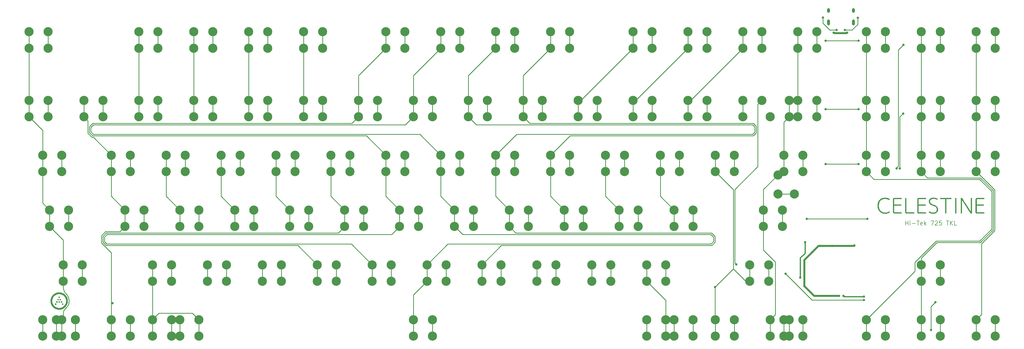
<source format=gtl>
G04 #@! TF.GenerationSoftware,KiCad,Pcbnew,(5.0.2)-1*
G04 #@! TF.CreationDate,2019-04-13T17:16:35-07:00*
G04 #@! TF.ProjectId,Celestine,43656c65-7374-4696-9e65-2e6b69636164,rev?*
G04 #@! TF.SameCoordinates,Original*
G04 #@! TF.FileFunction,Copper,L1,Top*
G04 #@! TF.FilePolarity,Positive*
%FSLAX46Y46*%
G04 Gerber Fmt 4.6, Leading zero omitted, Abs format (unit mm)*
G04 Created by KiCad (PCBNEW (5.0.2)-1) date 4/13/2019 5:16:35 PM*
%MOMM*%
%LPD*%
G01*
G04 APERTURE LIST*
G04 #@! TA.AperFunction,NonConductor*
%ADD10C,0.200000*%
G04 #@! TD*
G04 #@! TA.AperFunction,EtchedComponent*
%ADD11C,0.010000*%
G04 #@! TD*
G04 #@! TA.AperFunction,ComponentPad*
%ADD12C,3.180000*%
G04 #@! TD*
G04 #@! TA.AperFunction,ComponentPad*
%ADD13O,1.000000X1.600000*%
G04 #@! TD*
G04 #@! TA.AperFunction,ComponentPad*
%ADD14O,1.000000X2.100000*%
G04 #@! TD*
G04 #@! TA.AperFunction,ViaPad*
%ADD15C,0.800000*%
G04 #@! TD*
G04 #@! TA.AperFunction,Conductor*
%ADD16C,0.381000*%
G04 #@! TD*
G04 #@! TA.AperFunction,Conductor*
%ADD17C,0.635000*%
G04 #@! TD*
G04 #@! TA.AperFunction,Conductor*
%ADD18C,0.254000*%
G04 #@! TD*
G04 #@! TA.AperFunction,Conductor*
%ADD19C,0.250000*%
G04 #@! TD*
G04 APERTURE END LIST*
D10*
X332562500Y-74497321D02*
X332562500Y-72997321D01*
X332562500Y-73711607D02*
X333419642Y-73711607D01*
X333419642Y-74497321D02*
X333419642Y-72997321D01*
X334133928Y-74497321D02*
X334133928Y-73497321D01*
X334133928Y-72997321D02*
X334062500Y-73068750D01*
X334133928Y-73140178D01*
X334205357Y-73068750D01*
X334133928Y-72997321D01*
X334133928Y-73140178D01*
X334848214Y-73925892D02*
X335991071Y-73925892D01*
X336491071Y-72997321D02*
X337348214Y-72997321D01*
X336919642Y-74497321D02*
X336919642Y-72997321D01*
X338419642Y-74425892D02*
X338276785Y-74497321D01*
X337991071Y-74497321D01*
X337848214Y-74425892D01*
X337776785Y-74283035D01*
X337776785Y-73711607D01*
X337848214Y-73568750D01*
X337991071Y-73497321D01*
X338276785Y-73497321D01*
X338419642Y-73568750D01*
X338491071Y-73711607D01*
X338491071Y-73854464D01*
X337776785Y-73997321D01*
X339133928Y-74497321D02*
X339133928Y-72997321D01*
X339276785Y-73925892D02*
X339705357Y-74497321D01*
X339705357Y-73497321D02*
X339133928Y-74068750D01*
X341348214Y-72997321D02*
X342348214Y-72997321D01*
X341705357Y-74497321D01*
X342848214Y-73140178D02*
X342919642Y-73068750D01*
X343062500Y-72997321D01*
X343419642Y-72997321D01*
X343562500Y-73068750D01*
X343633928Y-73140178D01*
X343705357Y-73283035D01*
X343705357Y-73425892D01*
X343633928Y-73640178D01*
X342776785Y-74497321D01*
X343705357Y-74497321D01*
X345062500Y-72997321D02*
X344348214Y-72997321D01*
X344276785Y-73711607D01*
X344348214Y-73640178D01*
X344491071Y-73568750D01*
X344848214Y-73568750D01*
X344991071Y-73640178D01*
X345062500Y-73711607D01*
X345133928Y-73854464D01*
X345133928Y-74211607D01*
X345062500Y-74354464D01*
X344991071Y-74425892D01*
X344848214Y-74497321D01*
X344491071Y-74497321D01*
X344348214Y-74425892D01*
X344276785Y-74354464D01*
X346705357Y-72997321D02*
X347562500Y-72997321D01*
X347133928Y-74497321D02*
X347133928Y-72997321D01*
X348062500Y-74497321D02*
X348062500Y-72997321D01*
X348919642Y-74497321D02*
X348276785Y-73640178D01*
X348919642Y-72997321D02*
X348062500Y-73854464D01*
X350276785Y-74497321D02*
X349562500Y-74497321D01*
X349562500Y-72997321D01*
D11*
G04 #@! TO.C,G\002A\002A\002A*
G36*
X358738629Y-65030429D02*
X358986015Y-65030762D01*
X359190957Y-65031489D01*
X359357629Y-65032754D01*
X359490210Y-65034698D01*
X359592877Y-65037462D01*
X359669806Y-65041189D01*
X359725175Y-65046020D01*
X359763161Y-65052097D01*
X359787942Y-65059563D01*
X359803693Y-65068558D01*
X359812463Y-65076800D01*
X359848974Y-65149103D01*
X359846925Y-65228532D01*
X359808049Y-65293113D01*
X359793530Y-65302799D01*
X359770376Y-65310889D01*
X359734284Y-65317523D01*
X359680950Y-65322843D01*
X359606069Y-65326989D01*
X359505336Y-65330104D01*
X359374448Y-65332328D01*
X359209099Y-65333803D01*
X359004985Y-65334670D01*
X358757802Y-65335070D01*
X358527427Y-65335150D01*
X358280782Y-65335459D01*
X358048934Y-65336346D01*
X357836976Y-65337749D01*
X357650001Y-65339606D01*
X357493101Y-65341856D01*
X357371368Y-65344438D01*
X357289895Y-65347289D01*
X357253774Y-65350347D01*
X357253077Y-65350567D01*
X357242684Y-65359028D01*
X357234228Y-65378789D01*
X357227514Y-65414575D01*
X357222348Y-65471109D01*
X357218535Y-65553116D01*
X357215881Y-65665319D01*
X357214190Y-65812441D01*
X357213268Y-65999207D01*
X357212921Y-66230340D01*
X357212900Y-66325750D01*
X357213087Y-66574088D01*
X357213778Y-66776351D01*
X357215168Y-66937262D01*
X357217452Y-67061546D01*
X357220824Y-67153925D01*
X357225478Y-67219125D01*
X357231610Y-67261868D01*
X357239413Y-67286878D01*
X357249083Y-67298879D01*
X357253077Y-67300932D01*
X357286060Y-67304091D01*
X357364587Y-67307033D01*
X357483401Y-67309690D01*
X357637249Y-67311994D01*
X357820873Y-67313878D01*
X358029017Y-67315275D01*
X358256426Y-67316119D01*
X358457763Y-67316350D01*
X358741129Y-67316363D01*
X358977880Y-67316735D01*
X359172197Y-67317964D01*
X359328265Y-67320545D01*
X359450267Y-67324978D01*
X359542387Y-67331758D01*
X359608807Y-67341383D01*
X359653712Y-67354350D01*
X359681285Y-67371158D01*
X359695709Y-67392302D01*
X359701168Y-67418280D01*
X359701845Y-67449590D01*
X359701711Y-67464214D01*
X359701935Y-67496755D01*
X359700244Y-67524002D01*
X359692488Y-67546470D01*
X359674513Y-67564677D01*
X359642170Y-67579138D01*
X359591306Y-67590369D01*
X359517770Y-67598886D01*
X359417410Y-67605205D01*
X359286076Y-67609844D01*
X359119616Y-67613316D01*
X358913877Y-67616140D01*
X358664710Y-67618831D01*
X358439389Y-67621150D01*
X357225600Y-67633850D01*
X357212402Y-70034150D01*
X358442897Y-70034150D01*
X358739958Y-70034376D01*
X358990373Y-70035222D01*
X359198295Y-70036939D01*
X359367879Y-70039778D01*
X359503277Y-70043990D01*
X359608642Y-70049826D01*
X359688128Y-70057538D01*
X359745888Y-70067376D01*
X359786075Y-70079591D01*
X359812843Y-70094435D01*
X359830344Y-70112159D01*
X359834544Y-70118289D01*
X359853698Y-70188048D01*
X359842301Y-70266544D01*
X359808049Y-70322313D01*
X359793918Y-70331744D01*
X359771352Y-70339655D01*
X359736174Y-70346173D01*
X359684205Y-70351425D01*
X359611268Y-70355538D01*
X359513183Y-70358638D01*
X359385772Y-70360852D01*
X359224857Y-70362307D01*
X359026260Y-70363130D01*
X358785802Y-70363448D01*
X358499305Y-70363387D01*
X358455499Y-70363355D01*
X358148982Y-70362859D01*
X357889541Y-70361813D01*
X357673453Y-70360123D01*
X357496995Y-70357695D01*
X357356446Y-70354438D01*
X357248083Y-70350256D01*
X357168184Y-70345057D01*
X357113026Y-70338746D01*
X357078886Y-70331232D01*
X357071940Y-70328622D01*
X356980620Y-70268055D01*
X356902175Y-70179518D01*
X356852008Y-70081722D01*
X356844606Y-70052452D01*
X356842539Y-70015523D01*
X356840716Y-69931504D01*
X356839147Y-69804103D01*
X356837845Y-69637029D01*
X356836820Y-69433990D01*
X356836084Y-69198695D01*
X356835647Y-68934854D01*
X356835522Y-68646174D01*
X356835719Y-68336364D01*
X356836250Y-68009134D01*
X356837126Y-67668192D01*
X356837246Y-67629354D01*
X356838509Y-67231812D01*
X356839696Y-66881921D01*
X356840888Y-66576531D01*
X356842163Y-66312494D01*
X356843599Y-66086661D01*
X356845276Y-65895883D01*
X356847272Y-65737011D01*
X356849667Y-65606895D01*
X356852540Y-65502387D01*
X356855969Y-65420339D01*
X356860033Y-65357600D01*
X356864812Y-65311022D01*
X356870384Y-65277456D01*
X356876828Y-65253752D01*
X356884223Y-65236763D01*
X356892648Y-65223339D01*
X356897735Y-65216354D01*
X356956338Y-65152320D01*
X357028037Y-65092242D01*
X357034841Y-65087500D01*
X357118812Y-65030350D01*
X358444619Y-65030350D01*
X358738629Y-65030429D01*
X358738629Y-65030429D01*
G37*
X358738629Y-65030429D02*
X358986015Y-65030762D01*
X359190957Y-65031489D01*
X359357629Y-65032754D01*
X359490210Y-65034698D01*
X359592877Y-65037462D01*
X359669806Y-65041189D01*
X359725175Y-65046020D01*
X359763161Y-65052097D01*
X359787942Y-65059563D01*
X359803693Y-65068558D01*
X359812463Y-65076800D01*
X359848974Y-65149103D01*
X359846925Y-65228532D01*
X359808049Y-65293113D01*
X359793530Y-65302799D01*
X359770376Y-65310889D01*
X359734284Y-65317523D01*
X359680950Y-65322843D01*
X359606069Y-65326989D01*
X359505336Y-65330104D01*
X359374448Y-65332328D01*
X359209099Y-65333803D01*
X359004985Y-65334670D01*
X358757802Y-65335070D01*
X358527427Y-65335150D01*
X358280782Y-65335459D01*
X358048934Y-65336346D01*
X357836976Y-65337749D01*
X357650001Y-65339606D01*
X357493101Y-65341856D01*
X357371368Y-65344438D01*
X357289895Y-65347289D01*
X357253774Y-65350347D01*
X357253077Y-65350567D01*
X357242684Y-65359028D01*
X357234228Y-65378789D01*
X357227514Y-65414575D01*
X357222348Y-65471109D01*
X357218535Y-65553116D01*
X357215881Y-65665319D01*
X357214190Y-65812441D01*
X357213268Y-65999207D01*
X357212921Y-66230340D01*
X357212900Y-66325750D01*
X357213087Y-66574088D01*
X357213778Y-66776351D01*
X357215168Y-66937262D01*
X357217452Y-67061546D01*
X357220824Y-67153925D01*
X357225478Y-67219125D01*
X357231610Y-67261868D01*
X357239413Y-67286878D01*
X357249083Y-67298879D01*
X357253077Y-67300932D01*
X357286060Y-67304091D01*
X357364587Y-67307033D01*
X357483401Y-67309690D01*
X357637249Y-67311994D01*
X357820873Y-67313878D01*
X358029017Y-67315275D01*
X358256426Y-67316119D01*
X358457763Y-67316350D01*
X358741129Y-67316363D01*
X358977880Y-67316735D01*
X359172197Y-67317964D01*
X359328265Y-67320545D01*
X359450267Y-67324978D01*
X359542387Y-67331758D01*
X359608807Y-67341383D01*
X359653712Y-67354350D01*
X359681285Y-67371158D01*
X359695709Y-67392302D01*
X359701168Y-67418280D01*
X359701845Y-67449590D01*
X359701711Y-67464214D01*
X359701935Y-67496755D01*
X359700244Y-67524002D01*
X359692488Y-67546470D01*
X359674513Y-67564677D01*
X359642170Y-67579138D01*
X359591306Y-67590369D01*
X359517770Y-67598886D01*
X359417410Y-67605205D01*
X359286076Y-67609844D01*
X359119616Y-67613316D01*
X358913877Y-67616140D01*
X358664710Y-67618831D01*
X358439389Y-67621150D01*
X357225600Y-67633850D01*
X357212402Y-70034150D01*
X358442897Y-70034150D01*
X358739958Y-70034376D01*
X358990373Y-70035222D01*
X359198295Y-70036939D01*
X359367879Y-70039778D01*
X359503277Y-70043990D01*
X359608642Y-70049826D01*
X359688128Y-70057538D01*
X359745888Y-70067376D01*
X359786075Y-70079591D01*
X359812843Y-70094435D01*
X359830344Y-70112159D01*
X359834544Y-70118289D01*
X359853698Y-70188048D01*
X359842301Y-70266544D01*
X359808049Y-70322313D01*
X359793918Y-70331744D01*
X359771352Y-70339655D01*
X359736174Y-70346173D01*
X359684205Y-70351425D01*
X359611268Y-70355538D01*
X359513183Y-70358638D01*
X359385772Y-70360852D01*
X359224857Y-70362307D01*
X359026260Y-70363130D01*
X358785802Y-70363448D01*
X358499305Y-70363387D01*
X358455499Y-70363355D01*
X358148982Y-70362859D01*
X357889541Y-70361813D01*
X357673453Y-70360123D01*
X357496995Y-70357695D01*
X357356446Y-70354438D01*
X357248083Y-70350256D01*
X357168184Y-70345057D01*
X357113026Y-70338746D01*
X357078886Y-70331232D01*
X357071940Y-70328622D01*
X356980620Y-70268055D01*
X356902175Y-70179518D01*
X356852008Y-70081722D01*
X356844606Y-70052452D01*
X356842539Y-70015523D01*
X356840716Y-69931504D01*
X356839147Y-69804103D01*
X356837845Y-69637029D01*
X356836820Y-69433990D01*
X356836084Y-69198695D01*
X356835647Y-68934854D01*
X356835522Y-68646174D01*
X356835719Y-68336364D01*
X356836250Y-68009134D01*
X356837126Y-67668192D01*
X356837246Y-67629354D01*
X356838509Y-67231812D01*
X356839696Y-66881921D01*
X356840888Y-66576531D01*
X356842163Y-66312494D01*
X356843599Y-66086661D01*
X356845276Y-65895883D01*
X356847272Y-65737011D01*
X356849667Y-65606895D01*
X356852540Y-65502387D01*
X356855969Y-65420339D01*
X356860033Y-65357600D01*
X356864812Y-65311022D01*
X356870384Y-65277456D01*
X356876828Y-65253752D01*
X356884223Y-65236763D01*
X356892648Y-65223339D01*
X356897735Y-65216354D01*
X356956338Y-65152320D01*
X357028037Y-65092242D01*
X357034841Y-65087500D01*
X357118812Y-65030350D01*
X358444619Y-65030350D01*
X358738629Y-65030429D01*
G36*
X352046557Y-65051926D02*
X352137977Y-65103495D01*
X352158181Y-65122098D01*
X352181307Y-65153113D01*
X352229843Y-65224099D01*
X352301920Y-65332176D01*
X352395667Y-65474460D01*
X352509212Y-65648072D01*
X352640684Y-65850129D01*
X352788214Y-66077751D01*
X352949930Y-66328056D01*
X353123960Y-66598162D01*
X353308435Y-66885189D01*
X353501484Y-67186255D01*
X353701235Y-67498478D01*
X353705222Y-67504717D01*
X355180900Y-69813984D01*
X355180900Y-67477756D01*
X355180916Y-67080649D01*
X355181010Y-66731210D01*
X355181249Y-66426309D01*
X355181702Y-66162812D01*
X355182436Y-65937589D01*
X355183519Y-65747509D01*
X355185019Y-65589439D01*
X355187003Y-65460248D01*
X355189540Y-65356805D01*
X355192697Y-65275977D01*
X355196542Y-65214634D01*
X355201143Y-65169643D01*
X355206567Y-65137874D01*
X355212883Y-65116195D01*
X355220158Y-65101473D01*
X355228460Y-65090578D01*
X355232689Y-65085939D01*
X355301967Y-65042477D01*
X355385683Y-65030976D01*
X355463124Y-65052160D01*
X355494463Y-65076800D01*
X355501335Y-65087421D01*
X355507421Y-65105151D01*
X355512768Y-65132927D01*
X355517422Y-65173687D01*
X355521432Y-65230367D01*
X355524844Y-65305905D01*
X355527706Y-65403238D01*
X355530064Y-65525304D01*
X355531967Y-65675040D01*
X355533462Y-65855382D01*
X355534595Y-66069269D01*
X355535415Y-66319638D01*
X355535968Y-66609426D01*
X355536301Y-66941569D01*
X355536462Y-67319007D01*
X355536500Y-67688572D01*
X355536500Y-70253894D01*
X355477712Y-70309122D01*
X355393732Y-70354767D01*
X355287944Y-70360394D01*
X355170400Y-70325553D01*
X355165166Y-70323108D01*
X355151136Y-70317026D01*
X355138737Y-70311834D01*
X355126457Y-70305260D01*
X355112788Y-70295034D01*
X355096220Y-70278885D01*
X355075245Y-70254543D01*
X355048351Y-70219736D01*
X355014031Y-70172194D01*
X354970775Y-70109647D01*
X354917072Y-70029824D01*
X354851414Y-69930454D01*
X354772291Y-69809266D01*
X354678194Y-69663990D01*
X354567613Y-69492355D01*
X354439039Y-69292090D01*
X354290963Y-69060926D01*
X354121874Y-68796590D01*
X353930264Y-68496812D01*
X353714623Y-68159323D01*
X353473441Y-67781850D01*
X353413947Y-67688745D01*
X352069400Y-65584640D01*
X352056432Y-70247060D01*
X352001338Y-70305705D01*
X351925906Y-70353913D01*
X351840691Y-70359959D01*
X351762529Y-70323313D01*
X351751900Y-70313550D01*
X351743629Y-70304447D01*
X351736309Y-70292683D01*
X351729880Y-70275279D01*
X351724286Y-70249254D01*
X351719468Y-70211630D01*
X351715368Y-70159428D01*
X351711929Y-70089668D01*
X351709092Y-69999372D01*
X351706799Y-69885559D01*
X351704992Y-69745250D01*
X351703614Y-69575468D01*
X351702607Y-69373231D01*
X351701912Y-69135561D01*
X351701472Y-68859479D01*
X351701228Y-68542006D01*
X351701124Y-68180162D01*
X351701100Y-67770967D01*
X351701100Y-65140805D01*
X351763445Y-65082234D01*
X351842769Y-65039627D01*
X351942647Y-65030081D01*
X352046557Y-65051926D01*
X352046557Y-65051926D01*
G37*
X352046557Y-65051926D02*
X352137977Y-65103495D01*
X352158181Y-65122098D01*
X352181307Y-65153113D01*
X352229843Y-65224099D01*
X352301920Y-65332176D01*
X352395667Y-65474460D01*
X352509212Y-65648072D01*
X352640684Y-65850129D01*
X352788214Y-66077751D01*
X352949930Y-66328056D01*
X353123960Y-66598162D01*
X353308435Y-66885189D01*
X353501484Y-67186255D01*
X353701235Y-67498478D01*
X353705222Y-67504717D01*
X355180900Y-69813984D01*
X355180900Y-67477756D01*
X355180916Y-67080649D01*
X355181010Y-66731210D01*
X355181249Y-66426309D01*
X355181702Y-66162812D01*
X355182436Y-65937589D01*
X355183519Y-65747509D01*
X355185019Y-65589439D01*
X355187003Y-65460248D01*
X355189540Y-65356805D01*
X355192697Y-65275977D01*
X355196542Y-65214634D01*
X355201143Y-65169643D01*
X355206567Y-65137874D01*
X355212883Y-65116195D01*
X355220158Y-65101473D01*
X355228460Y-65090578D01*
X355232689Y-65085939D01*
X355301967Y-65042477D01*
X355385683Y-65030976D01*
X355463124Y-65052160D01*
X355494463Y-65076800D01*
X355501335Y-65087421D01*
X355507421Y-65105151D01*
X355512768Y-65132927D01*
X355517422Y-65173687D01*
X355521432Y-65230367D01*
X355524844Y-65305905D01*
X355527706Y-65403238D01*
X355530064Y-65525304D01*
X355531967Y-65675040D01*
X355533462Y-65855382D01*
X355534595Y-66069269D01*
X355535415Y-66319638D01*
X355535968Y-66609426D01*
X355536301Y-66941569D01*
X355536462Y-67319007D01*
X355536500Y-67688572D01*
X355536500Y-70253894D01*
X355477712Y-70309122D01*
X355393732Y-70354767D01*
X355287944Y-70360394D01*
X355170400Y-70325553D01*
X355165166Y-70323108D01*
X355151136Y-70317026D01*
X355138737Y-70311834D01*
X355126457Y-70305260D01*
X355112788Y-70295034D01*
X355096220Y-70278885D01*
X355075245Y-70254543D01*
X355048351Y-70219736D01*
X355014031Y-70172194D01*
X354970775Y-70109647D01*
X354917072Y-70029824D01*
X354851414Y-69930454D01*
X354772291Y-69809266D01*
X354678194Y-69663990D01*
X354567613Y-69492355D01*
X354439039Y-69292090D01*
X354290963Y-69060926D01*
X354121874Y-68796590D01*
X353930264Y-68496812D01*
X353714623Y-68159323D01*
X353473441Y-67781850D01*
X353413947Y-67688745D01*
X352069400Y-65584640D01*
X352056432Y-70247060D01*
X352001338Y-70305705D01*
X351925906Y-70353913D01*
X351840691Y-70359959D01*
X351762529Y-70323313D01*
X351751900Y-70313550D01*
X351743629Y-70304447D01*
X351736309Y-70292683D01*
X351729880Y-70275279D01*
X351724286Y-70249254D01*
X351719468Y-70211630D01*
X351715368Y-70159428D01*
X351711929Y-70089668D01*
X351709092Y-69999372D01*
X351706799Y-69885559D01*
X351704992Y-69745250D01*
X351703614Y-69575468D01*
X351702607Y-69373231D01*
X351701912Y-69135561D01*
X351701472Y-68859479D01*
X351701228Y-68542006D01*
X351701124Y-68180162D01*
X351701100Y-67770967D01*
X351701100Y-65140805D01*
X351763445Y-65082234D01*
X351842769Y-65039627D01*
X351942647Y-65030081D01*
X352046557Y-65051926D01*
G36*
X350068436Y-65064269D02*
X350096472Y-65089137D01*
X350151700Y-65147924D01*
X350151700Y-70259062D01*
X350084774Y-70311706D01*
X349997742Y-70354986D01*
X349907532Y-70358566D01*
X349841548Y-70329722D01*
X349800026Y-70281410D01*
X349771698Y-70227276D01*
X349767092Y-70189918D01*
X349762907Y-70106043D01*
X349759144Y-69979934D01*
X349755800Y-69815873D01*
X349752874Y-69618141D01*
X349750364Y-69391020D01*
X349748270Y-69138793D01*
X349746589Y-68865740D01*
X349745321Y-68576145D01*
X349744464Y-68274288D01*
X349744016Y-67964452D01*
X349743976Y-67650919D01*
X349744343Y-67337971D01*
X349745116Y-67029889D01*
X349746292Y-66730955D01*
X349747871Y-66445452D01*
X349749850Y-66177661D01*
X349752229Y-65931864D01*
X349755007Y-65712343D01*
X349758181Y-65523380D01*
X349761751Y-65369256D01*
X349765714Y-65254255D01*
X349770071Y-65182657D01*
X349773371Y-65160604D01*
X349823933Y-65081050D01*
X349899335Y-65036403D01*
X349985521Y-65029773D01*
X350068436Y-65064269D01*
X350068436Y-65064269D01*
G37*
X350068436Y-65064269D02*
X350096472Y-65089137D01*
X350151700Y-65147924D01*
X350151700Y-70259062D01*
X350084774Y-70311706D01*
X349997742Y-70354986D01*
X349907532Y-70358566D01*
X349841548Y-70329722D01*
X349800026Y-70281410D01*
X349771698Y-70227276D01*
X349767092Y-70189918D01*
X349762907Y-70106043D01*
X349759144Y-69979934D01*
X349755800Y-69815873D01*
X349752874Y-69618141D01*
X349750364Y-69391020D01*
X349748270Y-69138793D01*
X349746589Y-68865740D01*
X349745321Y-68576145D01*
X349744464Y-68274288D01*
X349744016Y-67964452D01*
X349743976Y-67650919D01*
X349744343Y-67337971D01*
X349745116Y-67029889D01*
X349746292Y-66730955D01*
X349747871Y-66445452D01*
X349749850Y-66177661D01*
X349752229Y-65931864D01*
X349755007Y-65712343D01*
X349758181Y-65523380D01*
X349761751Y-65369256D01*
X349765714Y-65254255D01*
X349770071Y-65182657D01*
X349773371Y-65160604D01*
X349823933Y-65081050D01*
X349899335Y-65036403D01*
X349985521Y-65029773D01*
X350068436Y-65064269D01*
G36*
X347135453Y-65030856D02*
X347393886Y-65031252D01*
X347612095Y-65031988D01*
X347793605Y-65033152D01*
X347941940Y-65034829D01*
X348060626Y-65037107D01*
X348153189Y-65040071D01*
X348223153Y-65043810D01*
X348274043Y-65048409D01*
X348309385Y-65053956D01*
X348332704Y-65060536D01*
X348347525Y-65068237D01*
X348357063Y-65076800D01*
X348395613Y-65152292D01*
X348388645Y-65232598D01*
X348337702Y-65303397D01*
X348332174Y-65307906D01*
X348311606Y-65322604D01*
X348287613Y-65334279D01*
X348254501Y-65343278D01*
X348206576Y-65349950D01*
X348138144Y-65354641D01*
X348043509Y-65357698D01*
X347916979Y-65359468D01*
X347752858Y-65360300D01*
X347545452Y-65360541D01*
X347469068Y-65360550D01*
X346672888Y-65360550D01*
X346666044Y-67813899D01*
X346659200Y-70267249D01*
X346599236Y-70315799D01*
X346513044Y-70358183D01*
X346424674Y-70355039D01*
X346347391Y-70306897D01*
X346346255Y-70305699D01*
X346291156Y-70247049D01*
X346284678Y-67810149D01*
X346278200Y-65373250D01*
X345465400Y-65360550D01*
X345266127Y-65356800D01*
X345082488Y-65352128D01*
X344920828Y-65346790D01*
X344787491Y-65341042D01*
X344688820Y-65335141D01*
X344631158Y-65329344D01*
X344619283Y-65326332D01*
X344571115Y-65268440D01*
X344555791Y-65190839D01*
X344572947Y-65112265D01*
X344622220Y-65051452D01*
X344624652Y-65049788D01*
X344654053Y-65046721D01*
X344730167Y-65043801D01*
X344848907Y-65041069D01*
X345006187Y-65038567D01*
X345197918Y-65036337D01*
X345420016Y-65034421D01*
X345668392Y-65032861D01*
X345938961Y-65031698D01*
X346227634Y-65030976D01*
X346483813Y-65030738D01*
X346833270Y-65030714D01*
X347135453Y-65030856D01*
X347135453Y-65030856D01*
G37*
X347135453Y-65030856D02*
X347393886Y-65031252D01*
X347612095Y-65031988D01*
X347793605Y-65033152D01*
X347941940Y-65034829D01*
X348060626Y-65037107D01*
X348153189Y-65040071D01*
X348223153Y-65043810D01*
X348274043Y-65048409D01*
X348309385Y-65053956D01*
X348332704Y-65060536D01*
X348347525Y-65068237D01*
X348357063Y-65076800D01*
X348395613Y-65152292D01*
X348388645Y-65232598D01*
X348337702Y-65303397D01*
X348332174Y-65307906D01*
X348311606Y-65322604D01*
X348287613Y-65334279D01*
X348254501Y-65343278D01*
X348206576Y-65349950D01*
X348138144Y-65354641D01*
X348043509Y-65357698D01*
X347916979Y-65359468D01*
X347752858Y-65360300D01*
X347545452Y-65360541D01*
X347469068Y-65360550D01*
X346672888Y-65360550D01*
X346666044Y-67813899D01*
X346659200Y-70267249D01*
X346599236Y-70315799D01*
X346513044Y-70358183D01*
X346424674Y-70355039D01*
X346347391Y-70306897D01*
X346346255Y-70305699D01*
X346291156Y-70247049D01*
X346284678Y-67810149D01*
X346278200Y-65373250D01*
X345465400Y-65360550D01*
X345266127Y-65356800D01*
X345082488Y-65352128D01*
X344920828Y-65346790D01*
X344787491Y-65341042D01*
X344688820Y-65335141D01*
X344631158Y-65329344D01*
X344619283Y-65326332D01*
X344571115Y-65268440D01*
X344555791Y-65190839D01*
X344572947Y-65112265D01*
X344622220Y-65051452D01*
X344624652Y-65049788D01*
X344654053Y-65046721D01*
X344730167Y-65043801D01*
X344848907Y-65041069D01*
X345006187Y-65038567D01*
X345197918Y-65036337D01*
X345420016Y-65034421D01*
X345668392Y-65032861D01*
X345938961Y-65031698D01*
X346227634Y-65030976D01*
X346483813Y-65030738D01*
X346833270Y-65030714D01*
X347135453Y-65030856D01*
G36*
X338814699Y-65030464D02*
X339027739Y-65031305D01*
X339201774Y-65033286D01*
X339340737Y-65036872D01*
X339448560Y-65042529D01*
X339529175Y-65050719D01*
X339586513Y-65061909D01*
X339624505Y-65076561D01*
X339647085Y-65095140D01*
X339658183Y-65118112D01*
X339661732Y-65145939D01*
X339661663Y-65179088D01*
X339661500Y-65196370D01*
X339647320Y-65272892D01*
X339612369Y-65308856D01*
X339573504Y-65315680D01*
X339484969Y-65321520D01*
X339347886Y-65326353D01*
X339163376Y-65330155D01*
X338932560Y-65332904D01*
X338656559Y-65334576D01*
X338336496Y-65335149D01*
X338331747Y-65335150D01*
X338085373Y-65335460D01*
X337853799Y-65336348D01*
X337642124Y-65337754D01*
X337455446Y-65339615D01*
X337298864Y-65341870D01*
X337177475Y-65344456D01*
X337096378Y-65347311D01*
X337060672Y-65350375D01*
X337060077Y-65350567D01*
X337049684Y-65359028D01*
X337041228Y-65378789D01*
X337034514Y-65414575D01*
X337029348Y-65471109D01*
X337025535Y-65553116D01*
X337022881Y-65665319D01*
X337021190Y-65812441D01*
X337020268Y-65999207D01*
X337019921Y-66230340D01*
X337019900Y-66325750D01*
X337020087Y-66574088D01*
X337020778Y-66776351D01*
X337022168Y-66937262D01*
X337024452Y-67061546D01*
X337027824Y-67153925D01*
X337032478Y-67219125D01*
X337038610Y-67261868D01*
X337046413Y-67286878D01*
X337056083Y-67298879D01*
X337060077Y-67300932D01*
X337093018Y-67304074D01*
X337171534Y-67307002D01*
X337290403Y-67309648D01*
X337444399Y-67311946D01*
X337628299Y-67313831D01*
X337836880Y-67315237D01*
X338064916Y-67316097D01*
X338277837Y-67316350D01*
X339455419Y-67316350D01*
X339494959Y-67372801D01*
X339531019Y-67453539D01*
X339517766Y-67526155D01*
X339483700Y-67570350D01*
X339470312Y-67582234D01*
X339453053Y-67592107D01*
X339427420Y-67600157D01*
X339388912Y-67606572D01*
X339333027Y-67611540D01*
X339255262Y-67615249D01*
X339151117Y-67617887D01*
X339016089Y-67619642D01*
X338845676Y-67620702D01*
X338635376Y-67621255D01*
X338380688Y-67621489D01*
X338258150Y-67621538D01*
X338017946Y-67622045D01*
X337792890Y-67623343D01*
X337588167Y-67625344D01*
X337408959Y-67627957D01*
X337260451Y-67631096D01*
X337147825Y-67634669D01*
X337076265Y-67638590D01*
X337051393Y-67642246D01*
X337043644Y-67657386D01*
X337037313Y-67694470D01*
X337032322Y-67757153D01*
X337028594Y-67849091D01*
X337026051Y-67973937D01*
X337024615Y-68135346D01*
X337024211Y-68336974D01*
X337024759Y-68582474D01*
X337025993Y-68842007D01*
X337032600Y-70021450D01*
X338308063Y-70034150D01*
X338597865Y-70037166D01*
X338841071Y-70040068D01*
X339041883Y-70043031D01*
X339204505Y-70046230D01*
X339333139Y-70049840D01*
X339431989Y-70054036D01*
X339505257Y-70058994D01*
X339557146Y-70064887D01*
X339591859Y-70071892D01*
X339613599Y-70080184D01*
X339625688Y-70089032D01*
X339661946Y-70157630D01*
X339661136Y-70239474D01*
X339623544Y-70313381D01*
X339622638Y-70314391D01*
X339611081Y-70325507D01*
X339595420Y-70334839D01*
X339571431Y-70342543D01*
X339534889Y-70348774D01*
X339481569Y-70353689D01*
X339407247Y-70357441D01*
X339307698Y-70360187D01*
X339178697Y-70362081D01*
X339016019Y-70363280D01*
X338815441Y-70363938D01*
X338572737Y-70364212D01*
X338283682Y-70364256D01*
X338266913Y-70364255D01*
X337974295Y-70364146D01*
X337728157Y-70363769D01*
X337524176Y-70362976D01*
X337358032Y-70361620D01*
X337225404Y-70359555D01*
X337121970Y-70356632D01*
X337043410Y-70352706D01*
X336985403Y-70347629D01*
X336943627Y-70341253D01*
X336913762Y-70333433D01*
X336891487Y-70324020D01*
X336879117Y-70317031D01*
X336766465Y-70225158D01*
X336687196Y-70112009D01*
X336651914Y-70002279D01*
X336649713Y-69961288D01*
X336647771Y-69873312D01*
X336646103Y-69742163D01*
X336644719Y-69571654D01*
X336643632Y-69365600D01*
X336642856Y-69127812D01*
X336642402Y-68862105D01*
X336642284Y-68572293D01*
X336642513Y-68262187D01*
X336643103Y-67935602D01*
X336644025Y-67608450D01*
X336645275Y-67206414D01*
X336646356Y-66852030D01*
X336647507Y-66542149D01*
X336648968Y-66273624D01*
X336650980Y-66043308D01*
X336653781Y-65848053D01*
X336657612Y-65684711D01*
X336662713Y-65550135D01*
X336669324Y-65441178D01*
X336677683Y-65354693D01*
X336688032Y-65287531D01*
X336700610Y-65236545D01*
X336715656Y-65198588D01*
X336733411Y-65170512D01*
X336754114Y-65149170D01*
X336778005Y-65131415D01*
X336805325Y-65114099D01*
X336835571Y-65094578D01*
X336930092Y-65030349D01*
X338255881Y-65030349D01*
X338558724Y-65030301D01*
X338814699Y-65030464D01*
X338814699Y-65030464D01*
G37*
X338814699Y-65030464D02*
X339027739Y-65031305D01*
X339201774Y-65033286D01*
X339340737Y-65036872D01*
X339448560Y-65042529D01*
X339529175Y-65050719D01*
X339586513Y-65061909D01*
X339624505Y-65076561D01*
X339647085Y-65095140D01*
X339658183Y-65118112D01*
X339661732Y-65145939D01*
X339661663Y-65179088D01*
X339661500Y-65196370D01*
X339647320Y-65272892D01*
X339612369Y-65308856D01*
X339573504Y-65315680D01*
X339484969Y-65321520D01*
X339347886Y-65326353D01*
X339163376Y-65330155D01*
X338932560Y-65332904D01*
X338656559Y-65334576D01*
X338336496Y-65335149D01*
X338331747Y-65335150D01*
X338085373Y-65335460D01*
X337853799Y-65336348D01*
X337642124Y-65337754D01*
X337455446Y-65339615D01*
X337298864Y-65341870D01*
X337177475Y-65344456D01*
X337096378Y-65347311D01*
X337060672Y-65350375D01*
X337060077Y-65350567D01*
X337049684Y-65359028D01*
X337041228Y-65378789D01*
X337034514Y-65414575D01*
X337029348Y-65471109D01*
X337025535Y-65553116D01*
X337022881Y-65665319D01*
X337021190Y-65812441D01*
X337020268Y-65999207D01*
X337019921Y-66230340D01*
X337019900Y-66325750D01*
X337020087Y-66574088D01*
X337020778Y-66776351D01*
X337022168Y-66937262D01*
X337024452Y-67061546D01*
X337027824Y-67153925D01*
X337032478Y-67219125D01*
X337038610Y-67261868D01*
X337046413Y-67286878D01*
X337056083Y-67298879D01*
X337060077Y-67300932D01*
X337093018Y-67304074D01*
X337171534Y-67307002D01*
X337290403Y-67309648D01*
X337444399Y-67311946D01*
X337628299Y-67313831D01*
X337836880Y-67315237D01*
X338064916Y-67316097D01*
X338277837Y-67316350D01*
X339455419Y-67316350D01*
X339494959Y-67372801D01*
X339531019Y-67453539D01*
X339517766Y-67526155D01*
X339483700Y-67570350D01*
X339470312Y-67582234D01*
X339453053Y-67592107D01*
X339427420Y-67600157D01*
X339388912Y-67606572D01*
X339333027Y-67611540D01*
X339255262Y-67615249D01*
X339151117Y-67617887D01*
X339016089Y-67619642D01*
X338845676Y-67620702D01*
X338635376Y-67621255D01*
X338380688Y-67621489D01*
X338258150Y-67621538D01*
X338017946Y-67622045D01*
X337792890Y-67623343D01*
X337588167Y-67625344D01*
X337408959Y-67627957D01*
X337260451Y-67631096D01*
X337147825Y-67634669D01*
X337076265Y-67638590D01*
X337051393Y-67642246D01*
X337043644Y-67657386D01*
X337037313Y-67694470D01*
X337032322Y-67757153D01*
X337028594Y-67849091D01*
X337026051Y-67973937D01*
X337024615Y-68135346D01*
X337024211Y-68336974D01*
X337024759Y-68582474D01*
X337025993Y-68842007D01*
X337032600Y-70021450D01*
X338308063Y-70034150D01*
X338597865Y-70037166D01*
X338841071Y-70040068D01*
X339041883Y-70043031D01*
X339204505Y-70046230D01*
X339333139Y-70049840D01*
X339431989Y-70054036D01*
X339505257Y-70058994D01*
X339557146Y-70064887D01*
X339591859Y-70071892D01*
X339613599Y-70080184D01*
X339625688Y-70089032D01*
X339661946Y-70157630D01*
X339661136Y-70239474D01*
X339623544Y-70313381D01*
X339622638Y-70314391D01*
X339611081Y-70325507D01*
X339595420Y-70334839D01*
X339571431Y-70342543D01*
X339534889Y-70348774D01*
X339481569Y-70353689D01*
X339407247Y-70357441D01*
X339307698Y-70360187D01*
X339178697Y-70362081D01*
X339016019Y-70363280D01*
X338815441Y-70363938D01*
X338572737Y-70364212D01*
X338283682Y-70364256D01*
X338266913Y-70364255D01*
X337974295Y-70364146D01*
X337728157Y-70363769D01*
X337524176Y-70362976D01*
X337358032Y-70361620D01*
X337225404Y-70359555D01*
X337121970Y-70356632D01*
X337043410Y-70352706D01*
X336985403Y-70347629D01*
X336943627Y-70341253D01*
X336913762Y-70333433D01*
X336891487Y-70324020D01*
X336879117Y-70317031D01*
X336766465Y-70225158D01*
X336687196Y-70112009D01*
X336651914Y-70002279D01*
X336649713Y-69961288D01*
X336647771Y-69873312D01*
X336646103Y-69742163D01*
X336644719Y-69571654D01*
X336643632Y-69365600D01*
X336642856Y-69127812D01*
X336642402Y-68862105D01*
X336642284Y-68572293D01*
X336642513Y-68262187D01*
X336643103Y-67935602D01*
X336644025Y-67608450D01*
X336645275Y-67206414D01*
X336646356Y-66852030D01*
X336647507Y-66542149D01*
X336648968Y-66273624D01*
X336650980Y-66043308D01*
X336653781Y-65848053D01*
X336657612Y-65684711D01*
X336662713Y-65550135D01*
X336669324Y-65441178D01*
X336677683Y-65354693D01*
X336688032Y-65287531D01*
X336700610Y-65236545D01*
X336715656Y-65198588D01*
X336733411Y-65170512D01*
X336754114Y-65149170D01*
X336778005Y-65131415D01*
X336805325Y-65114099D01*
X336835571Y-65094578D01*
X336930092Y-65030349D01*
X338255881Y-65030349D01*
X338558724Y-65030301D01*
X338814699Y-65030464D01*
G36*
X332700634Y-65068935D02*
X332722872Y-65089137D01*
X332778100Y-65147924D01*
X332778100Y-67550859D01*
X332778259Y-67896514D01*
X332778724Y-68228116D01*
X332779470Y-68542091D01*
X332780476Y-68834863D01*
X332781719Y-69102859D01*
X332783176Y-69342503D01*
X332784825Y-69550222D01*
X332786644Y-69722440D01*
X332788608Y-69855583D01*
X332790698Y-69946077D01*
X332792888Y-69990346D01*
X332793517Y-69993972D01*
X332801054Y-70002967D01*
X332818868Y-70010528D01*
X332850991Y-70016777D01*
X332901456Y-70021835D01*
X332974295Y-70025824D01*
X333073542Y-70028867D01*
X333203227Y-70031086D01*
X333367385Y-70032601D01*
X333570047Y-70033535D01*
X333815246Y-70034011D01*
X334107014Y-70034149D01*
X334122589Y-70034150D01*
X335436244Y-70034150D01*
X335491472Y-70092937D01*
X335539025Y-70171683D01*
X335537214Y-70250312D01*
X335495900Y-70313550D01*
X335483487Y-70324639D01*
X335467505Y-70333983D01*
X335443802Y-70341728D01*
X335408226Y-70348023D01*
X335356626Y-70353014D01*
X335284852Y-70356849D01*
X335188751Y-70359675D01*
X335064173Y-70361638D01*
X334906966Y-70362887D01*
X334712980Y-70363568D01*
X334478062Y-70363829D01*
X334198061Y-70363816D01*
X334079850Y-70363771D01*
X333777941Y-70363510D01*
X333522652Y-70362924D01*
X333309799Y-70361891D01*
X333135202Y-70360288D01*
X332994681Y-70357996D01*
X332884053Y-70354891D01*
X332799138Y-70350854D01*
X332735753Y-70345761D01*
X332689719Y-70339492D01*
X332656855Y-70331925D01*
X332632977Y-70322938D01*
X332630262Y-70321633D01*
X332559444Y-70273430D01*
X332490635Y-70206590D01*
X332477862Y-70190845D01*
X332409800Y-70101618D01*
X332403078Y-67625166D01*
X332396356Y-65148715D01*
X332451955Y-65089532D01*
X332529592Y-65039823D01*
X332617948Y-65032950D01*
X332700634Y-65068935D01*
X332700634Y-65068935D01*
G37*
X332700634Y-65068935D02*
X332722872Y-65089137D01*
X332778100Y-65147924D01*
X332778100Y-67550859D01*
X332778259Y-67896514D01*
X332778724Y-68228116D01*
X332779470Y-68542091D01*
X332780476Y-68834863D01*
X332781719Y-69102859D01*
X332783176Y-69342503D01*
X332784825Y-69550222D01*
X332786644Y-69722440D01*
X332788608Y-69855583D01*
X332790698Y-69946077D01*
X332792888Y-69990346D01*
X332793517Y-69993972D01*
X332801054Y-70002967D01*
X332818868Y-70010528D01*
X332850991Y-70016777D01*
X332901456Y-70021835D01*
X332974295Y-70025824D01*
X333073542Y-70028867D01*
X333203227Y-70031086D01*
X333367385Y-70032601D01*
X333570047Y-70033535D01*
X333815246Y-70034011D01*
X334107014Y-70034149D01*
X334122589Y-70034150D01*
X335436244Y-70034150D01*
X335491472Y-70092937D01*
X335539025Y-70171683D01*
X335537214Y-70250312D01*
X335495900Y-70313550D01*
X335483487Y-70324639D01*
X335467505Y-70333983D01*
X335443802Y-70341728D01*
X335408226Y-70348023D01*
X335356626Y-70353014D01*
X335284852Y-70356849D01*
X335188751Y-70359675D01*
X335064173Y-70361638D01*
X334906966Y-70362887D01*
X334712980Y-70363568D01*
X334478062Y-70363829D01*
X334198061Y-70363816D01*
X334079850Y-70363771D01*
X333777941Y-70363510D01*
X333522652Y-70362924D01*
X333309799Y-70361891D01*
X333135202Y-70360288D01*
X332994681Y-70357996D01*
X332884053Y-70354891D01*
X332799138Y-70350854D01*
X332735753Y-70345761D01*
X332689719Y-70339492D01*
X332656855Y-70331925D01*
X332632977Y-70322938D01*
X332630262Y-70321633D01*
X332559444Y-70273430D01*
X332490635Y-70206590D01*
X332477862Y-70190845D01*
X332409800Y-70101618D01*
X332403078Y-67625166D01*
X332396356Y-65148715D01*
X332451955Y-65089532D01*
X332529592Y-65039823D01*
X332617948Y-65032950D01*
X332700634Y-65068935D01*
G36*
X330329236Y-65030543D02*
X330542415Y-65031423D01*
X330716593Y-65033393D01*
X330855701Y-65036879D01*
X330963672Y-65042306D01*
X331044439Y-65050101D01*
X331101935Y-65060688D01*
X331140091Y-65074494D01*
X331162842Y-65091945D01*
X331174118Y-65113465D01*
X331177853Y-65139482D01*
X331177980Y-65170420D01*
X331177900Y-65182749D01*
X331177992Y-65216523D01*
X331175563Y-65244903D01*
X331166549Y-65268357D01*
X331146888Y-65287355D01*
X331112520Y-65302366D01*
X331059382Y-65313858D01*
X330983412Y-65322299D01*
X330880548Y-65328160D01*
X330746728Y-65331908D01*
X330577890Y-65334012D01*
X330369974Y-65334942D01*
X330118915Y-65335165D01*
X329857363Y-65335150D01*
X329610057Y-65335457D01*
X329377542Y-65336340D01*
X329164897Y-65337736D01*
X328977199Y-65339584D01*
X328819526Y-65341824D01*
X328696956Y-65344394D01*
X328614567Y-65347233D01*
X328577436Y-65350281D01*
X328576477Y-65350567D01*
X328566084Y-65359028D01*
X328557628Y-65378789D01*
X328550914Y-65414575D01*
X328545748Y-65471109D01*
X328541935Y-65553116D01*
X328539281Y-65665319D01*
X328537590Y-65812441D01*
X328536668Y-65999207D01*
X328536321Y-66230340D01*
X328536300Y-66325750D01*
X328536487Y-66574088D01*
X328537178Y-66776351D01*
X328538568Y-66937262D01*
X328540852Y-67061546D01*
X328544224Y-67153925D01*
X328548878Y-67219125D01*
X328555010Y-67261868D01*
X328562813Y-67286878D01*
X328572483Y-67298879D01*
X328576477Y-67300932D01*
X328609470Y-67304095D01*
X328687999Y-67307040D01*
X328806801Y-67309699D01*
X328960613Y-67312005D01*
X329144172Y-67313889D01*
X329352214Y-67315284D01*
X329579476Y-67316124D01*
X329778122Y-67316350D01*
X330061607Y-67316607D01*
X330298329Y-67317455D01*
X330492322Y-67319011D01*
X330647623Y-67321387D01*
X330768266Y-67324701D01*
X330858285Y-67329067D01*
X330921717Y-67334600D01*
X330962595Y-67341416D01*
X330984954Y-67349629D01*
X330986778Y-67350854D01*
X331021446Y-67403027D01*
X331033782Y-67476841D01*
X331022001Y-67547477D01*
X331003081Y-67577546D01*
X330981596Y-67585347D01*
X330931694Y-67592222D01*
X330850321Y-67598278D01*
X330734422Y-67603622D01*
X330580942Y-67608362D01*
X330386827Y-67612604D01*
X330149022Y-67616455D01*
X329864472Y-67620024D01*
X329760598Y-67621150D01*
X328549000Y-67633850D01*
X328535802Y-70034150D01*
X329787001Y-70034524D01*
X330090900Y-70034929D01*
X330347438Y-70036004D01*
X330560051Y-70037832D01*
X330732175Y-70040500D01*
X330867246Y-70044090D01*
X330968699Y-70048688D01*
X331039970Y-70054379D01*
X331084495Y-70061245D01*
X331101700Y-70066853D01*
X331153604Y-70118233D01*
X331175567Y-70192898D01*
X331164747Y-70271167D01*
X331137649Y-70315925D01*
X331126081Y-70326706D01*
X331109734Y-70335757D01*
X331084392Y-70343227D01*
X331045838Y-70349267D01*
X330989854Y-70354027D01*
X330912224Y-70357657D01*
X330808731Y-70360306D01*
X330675157Y-70362126D01*
X330507287Y-70363266D01*
X330300902Y-70363875D01*
X330051786Y-70364104D01*
X329783313Y-70364109D01*
X328472800Y-70363869D01*
X328367055Y-70300485D01*
X328259515Y-70207638D01*
X328208305Y-70127606D01*
X328199272Y-70108215D01*
X328191328Y-70087568D01*
X328184403Y-70062452D01*
X328178428Y-70029656D01*
X328173332Y-69985965D01*
X328169045Y-69928168D01*
X328165498Y-69853052D01*
X328162621Y-69757403D01*
X328160343Y-69638010D01*
X328158594Y-69491659D01*
X328157305Y-69315138D01*
X328156405Y-69105234D01*
X328155825Y-68858734D01*
X328155494Y-68572425D01*
X328155343Y-68243095D01*
X328155301Y-67867532D01*
X328155300Y-67694712D01*
X328155300Y-65371313D01*
X328212450Y-65258187D01*
X328265667Y-65176787D01*
X328331611Y-65106418D01*
X328355906Y-65087705D01*
X328442212Y-65030350D01*
X329770141Y-65030349D01*
X330073122Y-65030327D01*
X330329236Y-65030543D01*
X330329236Y-65030543D01*
G37*
X330329236Y-65030543D02*
X330542415Y-65031423D01*
X330716593Y-65033393D01*
X330855701Y-65036879D01*
X330963672Y-65042306D01*
X331044439Y-65050101D01*
X331101935Y-65060688D01*
X331140091Y-65074494D01*
X331162842Y-65091945D01*
X331174118Y-65113465D01*
X331177853Y-65139482D01*
X331177980Y-65170420D01*
X331177900Y-65182749D01*
X331177992Y-65216523D01*
X331175563Y-65244903D01*
X331166549Y-65268357D01*
X331146888Y-65287355D01*
X331112520Y-65302366D01*
X331059382Y-65313858D01*
X330983412Y-65322299D01*
X330880548Y-65328160D01*
X330746728Y-65331908D01*
X330577890Y-65334012D01*
X330369974Y-65334942D01*
X330118915Y-65335165D01*
X329857363Y-65335150D01*
X329610057Y-65335457D01*
X329377542Y-65336340D01*
X329164897Y-65337736D01*
X328977199Y-65339584D01*
X328819526Y-65341824D01*
X328696956Y-65344394D01*
X328614567Y-65347233D01*
X328577436Y-65350281D01*
X328576477Y-65350567D01*
X328566084Y-65359028D01*
X328557628Y-65378789D01*
X328550914Y-65414575D01*
X328545748Y-65471109D01*
X328541935Y-65553116D01*
X328539281Y-65665319D01*
X328537590Y-65812441D01*
X328536668Y-65999207D01*
X328536321Y-66230340D01*
X328536300Y-66325750D01*
X328536487Y-66574088D01*
X328537178Y-66776351D01*
X328538568Y-66937262D01*
X328540852Y-67061546D01*
X328544224Y-67153925D01*
X328548878Y-67219125D01*
X328555010Y-67261868D01*
X328562813Y-67286878D01*
X328572483Y-67298879D01*
X328576477Y-67300932D01*
X328609470Y-67304095D01*
X328687999Y-67307040D01*
X328806801Y-67309699D01*
X328960613Y-67312005D01*
X329144172Y-67313889D01*
X329352214Y-67315284D01*
X329579476Y-67316124D01*
X329778122Y-67316350D01*
X330061607Y-67316607D01*
X330298329Y-67317455D01*
X330492322Y-67319011D01*
X330647623Y-67321387D01*
X330768266Y-67324701D01*
X330858285Y-67329067D01*
X330921717Y-67334600D01*
X330962595Y-67341416D01*
X330984954Y-67349629D01*
X330986778Y-67350854D01*
X331021446Y-67403027D01*
X331033782Y-67476841D01*
X331022001Y-67547477D01*
X331003081Y-67577546D01*
X330981596Y-67585347D01*
X330931694Y-67592222D01*
X330850321Y-67598278D01*
X330734422Y-67603622D01*
X330580942Y-67608362D01*
X330386827Y-67612604D01*
X330149022Y-67616455D01*
X329864472Y-67620024D01*
X329760598Y-67621150D01*
X328549000Y-67633850D01*
X328535802Y-70034150D01*
X329787001Y-70034524D01*
X330090900Y-70034929D01*
X330347438Y-70036004D01*
X330560051Y-70037832D01*
X330732175Y-70040500D01*
X330867246Y-70044090D01*
X330968699Y-70048688D01*
X331039970Y-70054379D01*
X331084495Y-70061245D01*
X331101700Y-70066853D01*
X331153604Y-70118233D01*
X331175567Y-70192898D01*
X331164747Y-70271167D01*
X331137649Y-70315925D01*
X331126081Y-70326706D01*
X331109734Y-70335757D01*
X331084392Y-70343227D01*
X331045838Y-70349267D01*
X330989854Y-70354027D01*
X330912224Y-70357657D01*
X330808731Y-70360306D01*
X330675157Y-70362126D01*
X330507287Y-70363266D01*
X330300902Y-70363875D01*
X330051786Y-70364104D01*
X329783313Y-70364109D01*
X328472800Y-70363869D01*
X328367055Y-70300485D01*
X328259515Y-70207638D01*
X328208305Y-70127606D01*
X328199272Y-70108215D01*
X328191328Y-70087568D01*
X328184403Y-70062452D01*
X328178428Y-70029656D01*
X328173332Y-69985965D01*
X328169045Y-69928168D01*
X328165498Y-69853052D01*
X328162621Y-69757403D01*
X328160343Y-69638010D01*
X328158594Y-69491659D01*
X328157305Y-69315138D01*
X328156405Y-69105234D01*
X328155825Y-68858734D01*
X328155494Y-68572425D01*
X328155343Y-68243095D01*
X328155301Y-67867532D01*
X328155300Y-67694712D01*
X328155300Y-65371313D01*
X328212450Y-65258187D01*
X328265667Y-65176787D01*
X328331611Y-65106418D01*
X328355906Y-65087705D01*
X328442212Y-65030350D01*
X329770141Y-65030349D01*
X330073122Y-65030327D01*
X330329236Y-65030543D01*
G36*
X342483529Y-64967796D02*
X342862868Y-65018000D01*
X343217197Y-65111024D01*
X343439737Y-65197175D01*
X343532952Y-65241627D01*
X343588065Y-65280071D01*
X343614873Y-65323421D01*
X343623175Y-65382590D01*
X343623511Y-65401889D01*
X343615626Y-65469402D01*
X343587843Y-65512350D01*
X343535146Y-65531134D01*
X343452518Y-65526160D01*
X343334942Y-65497830D01*
X343177400Y-65446548D01*
X343157066Y-65439400D01*
X342859134Y-65352533D01*
X342551593Y-65301100D01*
X342219548Y-65282688D01*
X342188800Y-65282568D01*
X341904651Y-65297955D01*
X341660074Y-65344467D01*
X341454158Y-65422541D01*
X341285988Y-65532616D01*
X341154654Y-65675130D01*
X341072792Y-65818757D01*
X341034370Y-65914652D01*
X341012880Y-66001985D01*
X341003974Y-66103355D01*
X341002863Y-66182186D01*
X341013722Y-66366002D01*
X341049839Y-66519800D01*
X341117241Y-66657710D01*
X341221953Y-66793867D01*
X341297389Y-66872885D01*
X341402553Y-66969970D01*
X341511636Y-67053764D01*
X341633355Y-67128972D01*
X341776428Y-67200302D01*
X341949571Y-67272459D01*
X342161501Y-67350152D01*
X342216985Y-67369415D01*
X342547099Y-67491729D01*
X342829768Y-67616094D01*
X343068339Y-67745336D01*
X343266162Y-67882283D01*
X343426584Y-68029762D01*
X343552954Y-68190598D01*
X343648621Y-68367619D01*
X343716932Y-68563653D01*
X343738634Y-68654046D01*
X343769797Y-68889882D01*
X343770077Y-69140126D01*
X343739498Y-69378871D01*
X343737922Y-69386450D01*
X343662339Y-69633152D01*
X343546672Y-69848957D01*
X343391903Y-70032872D01*
X343199012Y-70183905D01*
X342968980Y-70301064D01*
X342768274Y-70367275D01*
X342619836Y-70396562D01*
X342436999Y-70417455D01*
X342235551Y-70429427D01*
X342031282Y-70431950D01*
X341839980Y-70424496D01*
X341677433Y-70406539D01*
X341663560Y-70404179D01*
X341506790Y-70369882D01*
X341339285Y-70321991D01*
X341170770Y-70264419D01*
X341010974Y-70201082D01*
X340869623Y-70135894D01*
X340756447Y-70072769D01*
X340681172Y-70015622D01*
X340671150Y-70004817D01*
X340632131Y-69929037D01*
X340629938Y-69850204D01*
X340659858Y-69782034D01*
X340717179Y-69738245D01*
X340765774Y-69729350D01*
X340817835Y-69741542D01*
X340895547Y-69773380D01*
X340975265Y-69814273D01*
X341280123Y-69957714D01*
X341603712Y-70053970D01*
X341946128Y-70103066D01*
X342143279Y-70109974D01*
X342425487Y-70093338D01*
X342670511Y-70043754D01*
X342880462Y-69960467D01*
X343057450Y-69842726D01*
X343154224Y-69749135D01*
X343263487Y-69599131D01*
X343337500Y-69427965D01*
X343379474Y-69226946D01*
X343389447Y-69112591D01*
X343386134Y-68854944D01*
X343345019Y-68629222D01*
X343264245Y-68431449D01*
X343141954Y-68257652D01*
X342976288Y-68103855D01*
X342888527Y-68041066D01*
X342802145Y-67985529D01*
X342719710Y-67937739D01*
X342632139Y-67893676D01*
X342530354Y-67849320D01*
X342405273Y-67800650D01*
X342247816Y-67743648D01*
X342099900Y-67691929D01*
X341803309Y-67581484D01*
X341551757Y-67470485D01*
X341339553Y-67355706D01*
X341161008Y-67233923D01*
X341010429Y-67101910D01*
X340953897Y-67042349D01*
X340807869Y-66845467D01*
X340704315Y-66631378D01*
X340643171Y-66406621D01*
X340624368Y-66177735D01*
X340647841Y-65951261D01*
X340713523Y-65733736D01*
X340821347Y-65531702D01*
X340971098Y-65351843D01*
X341130272Y-65218364D01*
X341306176Y-65115341D01*
X341505860Y-65040289D01*
X341736374Y-64990725D01*
X342004767Y-64964165D01*
X342081078Y-64960740D01*
X342483529Y-64967796D01*
X342483529Y-64967796D01*
G37*
X342483529Y-64967796D02*
X342862868Y-65018000D01*
X343217197Y-65111024D01*
X343439737Y-65197175D01*
X343532952Y-65241627D01*
X343588065Y-65280071D01*
X343614873Y-65323421D01*
X343623175Y-65382590D01*
X343623511Y-65401889D01*
X343615626Y-65469402D01*
X343587843Y-65512350D01*
X343535146Y-65531134D01*
X343452518Y-65526160D01*
X343334942Y-65497830D01*
X343177400Y-65446548D01*
X343157066Y-65439400D01*
X342859134Y-65352533D01*
X342551593Y-65301100D01*
X342219548Y-65282688D01*
X342188800Y-65282568D01*
X341904651Y-65297955D01*
X341660074Y-65344467D01*
X341454158Y-65422541D01*
X341285988Y-65532616D01*
X341154654Y-65675130D01*
X341072792Y-65818757D01*
X341034370Y-65914652D01*
X341012880Y-66001985D01*
X341003974Y-66103355D01*
X341002863Y-66182186D01*
X341013722Y-66366002D01*
X341049839Y-66519800D01*
X341117241Y-66657710D01*
X341221953Y-66793867D01*
X341297389Y-66872885D01*
X341402553Y-66969970D01*
X341511636Y-67053764D01*
X341633355Y-67128972D01*
X341776428Y-67200302D01*
X341949571Y-67272459D01*
X342161501Y-67350152D01*
X342216985Y-67369415D01*
X342547099Y-67491729D01*
X342829768Y-67616094D01*
X343068339Y-67745336D01*
X343266162Y-67882283D01*
X343426584Y-68029762D01*
X343552954Y-68190598D01*
X343648621Y-68367619D01*
X343716932Y-68563653D01*
X343738634Y-68654046D01*
X343769797Y-68889882D01*
X343770077Y-69140126D01*
X343739498Y-69378871D01*
X343737922Y-69386450D01*
X343662339Y-69633152D01*
X343546672Y-69848957D01*
X343391903Y-70032872D01*
X343199012Y-70183905D01*
X342968980Y-70301064D01*
X342768274Y-70367275D01*
X342619836Y-70396562D01*
X342436999Y-70417455D01*
X342235551Y-70429427D01*
X342031282Y-70431950D01*
X341839980Y-70424496D01*
X341677433Y-70406539D01*
X341663560Y-70404179D01*
X341506790Y-70369882D01*
X341339285Y-70321991D01*
X341170770Y-70264419D01*
X341010974Y-70201082D01*
X340869623Y-70135894D01*
X340756447Y-70072769D01*
X340681172Y-70015622D01*
X340671150Y-70004817D01*
X340632131Y-69929037D01*
X340629938Y-69850204D01*
X340659858Y-69782034D01*
X340717179Y-69738245D01*
X340765774Y-69729350D01*
X340817835Y-69741542D01*
X340895547Y-69773380D01*
X340975265Y-69814273D01*
X341280123Y-69957714D01*
X341603712Y-70053970D01*
X341946128Y-70103066D01*
X342143279Y-70109974D01*
X342425487Y-70093338D01*
X342670511Y-70043754D01*
X342880462Y-69960467D01*
X343057450Y-69842726D01*
X343154224Y-69749135D01*
X343263487Y-69599131D01*
X343337500Y-69427965D01*
X343379474Y-69226946D01*
X343389447Y-69112591D01*
X343386134Y-68854944D01*
X343345019Y-68629222D01*
X343264245Y-68431449D01*
X343141954Y-68257652D01*
X342976288Y-68103855D01*
X342888527Y-68041066D01*
X342802145Y-67985529D01*
X342719710Y-67937739D01*
X342632139Y-67893676D01*
X342530354Y-67849320D01*
X342405273Y-67800650D01*
X342247816Y-67743648D01*
X342099900Y-67691929D01*
X341803309Y-67581484D01*
X341551757Y-67470485D01*
X341339553Y-67355706D01*
X341161008Y-67233923D01*
X341010429Y-67101910D01*
X340953897Y-67042349D01*
X340807869Y-66845467D01*
X340704315Y-66631378D01*
X340643171Y-66406621D01*
X340624368Y-66177735D01*
X340647841Y-65951261D01*
X340713523Y-65733736D01*
X340821347Y-65531702D01*
X340971098Y-65351843D01*
X341130272Y-65218364D01*
X341306176Y-65115341D01*
X341505860Y-65040289D01*
X341736374Y-64990725D01*
X342004767Y-64964165D01*
X342081078Y-64960740D01*
X342483529Y-64967796D01*
G36*
X325644673Y-64961326D02*
X325957371Y-64989917D01*
X326249848Y-65049274D01*
X326533740Y-65141654D01*
X326776960Y-65247814D01*
X326902274Y-65312997D01*
X326983902Y-65368572D01*
X327026533Y-65420448D01*
X327034853Y-65474532D01*
X327013552Y-65536732D01*
X327010657Y-65542334D01*
X326973929Y-65599341D01*
X326931670Y-65630603D01*
X326875325Y-65636062D01*
X326796340Y-65615657D01*
X326686159Y-65569332D01*
X326623450Y-65539690D01*
X326288399Y-65405603D01*
X325939140Y-65319683D01*
X325574369Y-65281698D01*
X325214113Y-65289655D01*
X324881866Y-65338981D01*
X324569733Y-65431776D01*
X324282009Y-65566398D01*
X324022993Y-65741204D01*
X324013873Y-65748537D01*
X323798344Y-65955031D01*
X323614554Y-66197858D01*
X323463758Y-66472714D01*
X323347214Y-66775294D01*
X323266177Y-67101293D01*
X323221903Y-67446406D01*
X323215649Y-67806330D01*
X323248671Y-68176758D01*
X323268685Y-68302174D01*
X323351544Y-68634264D01*
X323477897Y-68940255D01*
X323648191Y-69221024D01*
X323862874Y-69477449D01*
X323875400Y-69490275D01*
X324110875Y-69698227D01*
X324366252Y-69862526D01*
X324644036Y-69984061D01*
X324946732Y-70063720D01*
X325276846Y-70102393D01*
X325602600Y-70102742D01*
X325901122Y-70074824D01*
X326173195Y-70018119D01*
X326436924Y-69928241D01*
X326577550Y-69866576D01*
X326723815Y-69802245D01*
X326833532Y-69765771D01*
X326912836Y-69757464D01*
X326967863Y-69777634D01*
X327004748Y-69826592D01*
X327025968Y-69889265D01*
X327030364Y-69944830D01*
X327009020Y-69994065D01*
X326955893Y-70043102D01*
X326864942Y-70098071D01*
X326775532Y-70143363D01*
X326449259Y-70275409D01*
X326097451Y-70369440D01*
X325729725Y-70424114D01*
X325355696Y-70438091D01*
X324984981Y-70410029D01*
X324925321Y-70401347D01*
X324580298Y-70323065D01*
X324258191Y-70200733D01*
X323961856Y-70036972D01*
X323694149Y-69834402D01*
X323457926Y-69595644D01*
X323256042Y-69323319D01*
X323091354Y-69020048D01*
X322966717Y-68688452D01*
X322935325Y-68575078D01*
X322868753Y-68235353D01*
X322835609Y-67881310D01*
X322835171Y-67522831D01*
X322866718Y-67169799D01*
X322929528Y-66832097D01*
X323022878Y-66519609D01*
X323098826Y-66336325D01*
X323230577Y-66087359D01*
X323379675Y-65871465D01*
X323558323Y-65671174D01*
X323575583Y-65653993D01*
X323821334Y-65439452D01*
X324083158Y-65266924D01*
X324365787Y-65134506D01*
X324673950Y-65040300D01*
X325012378Y-64982405D01*
X325300119Y-64961242D01*
X325644673Y-64961326D01*
X325644673Y-64961326D01*
G37*
X325644673Y-64961326D02*
X325957371Y-64989917D01*
X326249848Y-65049274D01*
X326533740Y-65141654D01*
X326776960Y-65247814D01*
X326902274Y-65312997D01*
X326983902Y-65368572D01*
X327026533Y-65420448D01*
X327034853Y-65474532D01*
X327013552Y-65536732D01*
X327010657Y-65542334D01*
X326973929Y-65599341D01*
X326931670Y-65630603D01*
X326875325Y-65636062D01*
X326796340Y-65615657D01*
X326686159Y-65569332D01*
X326623450Y-65539690D01*
X326288399Y-65405603D01*
X325939140Y-65319683D01*
X325574369Y-65281698D01*
X325214113Y-65289655D01*
X324881866Y-65338981D01*
X324569733Y-65431776D01*
X324282009Y-65566398D01*
X324022993Y-65741204D01*
X324013873Y-65748537D01*
X323798344Y-65955031D01*
X323614554Y-66197858D01*
X323463758Y-66472714D01*
X323347214Y-66775294D01*
X323266177Y-67101293D01*
X323221903Y-67446406D01*
X323215649Y-67806330D01*
X323248671Y-68176758D01*
X323268685Y-68302174D01*
X323351544Y-68634264D01*
X323477897Y-68940255D01*
X323648191Y-69221024D01*
X323862874Y-69477449D01*
X323875400Y-69490275D01*
X324110875Y-69698227D01*
X324366252Y-69862526D01*
X324644036Y-69984061D01*
X324946732Y-70063720D01*
X325276846Y-70102393D01*
X325602600Y-70102742D01*
X325901122Y-70074824D01*
X326173195Y-70018119D01*
X326436924Y-69928241D01*
X326577550Y-69866576D01*
X326723815Y-69802245D01*
X326833532Y-69765771D01*
X326912836Y-69757464D01*
X326967863Y-69777634D01*
X327004748Y-69826592D01*
X327025968Y-69889265D01*
X327030364Y-69944830D01*
X327009020Y-69994065D01*
X326955893Y-70043102D01*
X326864942Y-70098071D01*
X326775532Y-70143363D01*
X326449259Y-70275409D01*
X326097451Y-70369440D01*
X325729725Y-70424114D01*
X325355696Y-70438091D01*
X324984981Y-70410029D01*
X324925321Y-70401347D01*
X324580298Y-70323065D01*
X324258191Y-70200733D01*
X323961856Y-70036972D01*
X323694149Y-69834402D01*
X323457926Y-69595644D01*
X323256042Y-69323319D01*
X323091354Y-69020048D01*
X322966717Y-68688452D01*
X322935325Y-68575078D01*
X322868753Y-68235353D01*
X322835609Y-67881310D01*
X322835171Y-67522831D01*
X322866718Y-67169799D01*
X322929528Y-66832097D01*
X323022878Y-66519609D01*
X323098826Y-66336325D01*
X323230577Y-66087359D01*
X323379675Y-65871465D01*
X323558323Y-65671174D01*
X323575583Y-65653993D01*
X323821334Y-65439452D01*
X324083158Y-65266924D01*
X324365787Y-65134506D01*
X324673950Y-65040300D01*
X325012378Y-64982405D01*
X325300119Y-64961242D01*
X325644673Y-64961326D01*
G36*
X39084250Y-99726750D02*
X38679438Y-99726750D01*
X38679438Y-99321938D01*
X39084250Y-99321938D01*
X39084250Y-99726750D01*
X39084250Y-99726750D01*
G37*
X39084250Y-99726750D02*
X38679438Y-99726750D01*
X38679438Y-99321938D01*
X39084250Y-99321938D01*
X39084250Y-99726750D01*
G36*
X39489063Y-100512563D02*
X39084250Y-100512563D01*
X39084250Y-100131563D01*
X39489063Y-100131563D01*
X39489063Y-100512563D01*
X39489063Y-100512563D01*
G37*
X39489063Y-100512563D02*
X39084250Y-100512563D01*
X39084250Y-100131563D01*
X39489063Y-100131563D01*
X39489063Y-100512563D01*
G36*
X38679438Y-100512563D02*
X38298438Y-100512563D01*
X38298438Y-100131563D01*
X38679438Y-100131563D01*
X38679438Y-100512563D01*
X38679438Y-100512563D01*
G37*
X38679438Y-100512563D02*
X38298438Y-100512563D01*
X38298438Y-100131563D01*
X38679438Y-100131563D01*
X38679438Y-100512563D01*
G36*
X39870063Y-101322188D02*
X39489063Y-101322188D01*
X39489063Y-100917375D01*
X39870063Y-100917375D01*
X39870063Y-101322188D01*
X39870063Y-101322188D01*
G37*
X39870063Y-101322188D02*
X39489063Y-101322188D01*
X39489063Y-100917375D01*
X39870063Y-100917375D01*
X39870063Y-101322188D01*
G36*
X39084250Y-101322188D02*
X38679438Y-101322188D01*
X38679438Y-100917375D01*
X39084250Y-100917375D01*
X39084250Y-101322188D01*
X39084250Y-101322188D01*
G37*
X39084250Y-101322188D02*
X38679438Y-101322188D01*
X38679438Y-100917375D01*
X39084250Y-100917375D01*
X39084250Y-101322188D01*
G36*
X38298438Y-101322188D02*
X37893625Y-101322188D01*
X37893625Y-100917375D01*
X38298438Y-100917375D01*
X38298438Y-101322188D01*
X38298438Y-101322188D01*
G37*
X38298438Y-101322188D02*
X37893625Y-101322188D01*
X37893625Y-100917375D01*
X38298438Y-100917375D01*
X38298438Y-101322188D01*
G36*
X40274875Y-102108000D02*
X39870063Y-102108000D01*
X39870063Y-101703188D01*
X40274875Y-101703188D01*
X40274875Y-102108000D01*
X40274875Y-102108000D01*
G37*
X40274875Y-102108000D02*
X39870063Y-102108000D01*
X39870063Y-101703188D01*
X40274875Y-101703188D01*
X40274875Y-102108000D01*
G36*
X37893625Y-102108000D02*
X37488813Y-102108000D01*
X37488813Y-101703188D01*
X37893625Y-101703188D01*
X37893625Y-102108000D01*
X37893625Y-102108000D01*
G37*
X37893625Y-102108000D02*
X37488813Y-102108000D01*
X37488813Y-101703188D01*
X37893625Y-101703188D01*
X37893625Y-102108000D01*
G36*
X38897719Y-97834295D02*
X39021837Y-97835665D01*
X39133549Y-97839822D01*
X39236142Y-97847169D01*
X39332906Y-97858110D01*
X39427128Y-97873048D01*
X39522097Y-97892387D01*
X39621101Y-97916531D01*
X39666380Y-97928668D01*
X39874927Y-97993906D01*
X40077015Y-98073242D01*
X40271878Y-98166278D01*
X40458749Y-98272618D01*
X40636864Y-98391866D01*
X40789010Y-98509867D01*
X40946678Y-98650592D01*
X41094015Y-98802037D01*
X41230336Y-98963135D01*
X41354958Y-99132817D01*
X41467197Y-99310016D01*
X41566370Y-99493666D01*
X41651792Y-99682697D01*
X41722780Y-99876043D01*
X41771534Y-100044053D01*
X41804605Y-100184039D01*
X41829965Y-100315975D01*
X41848357Y-100445247D01*
X41860525Y-100577243D01*
X41867211Y-100717350D01*
X41867864Y-100742750D01*
X41865145Y-100961047D01*
X41846950Y-101175830D01*
X41813285Y-101387071D01*
X41764156Y-101594739D01*
X41699569Y-101798805D01*
X41635372Y-101962737D01*
X41607289Y-102028002D01*
X41583227Y-102082160D01*
X41561358Y-102128863D01*
X41539857Y-102171763D01*
X41516896Y-102214513D01*
X41490650Y-102260765D01*
X41461525Y-102310406D01*
X41342306Y-102496677D01*
X41212202Y-102671403D01*
X41071079Y-102834715D01*
X40918805Y-102986746D01*
X40755247Y-103127630D01*
X40580274Y-103257498D01*
X40397906Y-103374025D01*
X40345077Y-103404994D01*
X40299164Y-103430971D01*
X40256515Y-103453781D01*
X40213478Y-103475251D01*
X40166401Y-103497207D01*
X40111631Y-103521475D01*
X40050237Y-103547872D01*
X39954004Y-103587419D01*
X39865286Y-103620458D01*
X39778172Y-103648945D01*
X39686748Y-103674839D01*
X39604156Y-103695572D01*
X39439640Y-103731126D01*
X39282545Y-103756803D01*
X39128317Y-103773143D01*
X38972399Y-103780686D01*
X38881844Y-103781263D01*
X38830625Y-103780748D01*
X38782504Y-103780043D01*
X38740624Y-103779210D01*
X38708128Y-103778313D01*
X38688160Y-103777415D01*
X38687375Y-103777359D01*
X38471201Y-103753407D01*
X38258444Y-103714420D01*
X38049963Y-103660717D01*
X37846618Y-103592613D01*
X37649266Y-103510426D01*
X37458768Y-103414475D01*
X37275982Y-103305076D01*
X37125026Y-103200046D01*
X36952099Y-103061699D01*
X36791415Y-102913338D01*
X36643201Y-102755289D01*
X36507679Y-102587882D01*
X36385074Y-102411444D01*
X36275611Y-102226302D01*
X36179513Y-102032785D01*
X36097006Y-101831221D01*
X36028313Y-101621938D01*
X36016168Y-101578880D01*
X35989802Y-101477085D01*
X35968417Y-101380761D01*
X35951609Y-101286617D01*
X35938975Y-101191367D01*
X35930110Y-101091720D01*
X35924612Y-100984390D01*
X35922076Y-100866086D01*
X35921795Y-100810219D01*
X35922470Y-100754858D01*
X36454544Y-100754858D01*
X36454647Y-100834996D01*
X36456313Y-100914660D01*
X36459509Y-100989787D01*
X36464206Y-101056310D01*
X36467926Y-101092000D01*
X36499800Y-101289298D01*
X36546451Y-101480913D01*
X36607701Y-101666472D01*
X36683369Y-101845599D01*
X36773277Y-102017919D01*
X36877244Y-102183059D01*
X36995091Y-102340643D01*
X37126638Y-102490297D01*
X37148974Y-102513510D01*
X37283208Y-102640584D01*
X37428910Y-102758520D01*
X37583381Y-102865340D01*
X37743919Y-102959066D01*
X37789708Y-102982754D01*
X37864116Y-103019403D01*
X37929357Y-103049622D01*
X37989854Y-103075190D01*
X38050028Y-103097884D01*
X38114301Y-103119483D01*
X38179375Y-103139477D01*
X38368588Y-103188890D01*
X38554339Y-103223341D01*
X38738077Y-103242964D01*
X38921253Y-103247892D01*
X39105314Y-103238261D01*
X39171856Y-103231281D01*
X39359188Y-103202337D01*
X39538769Y-103160528D01*
X39713107Y-103105104D01*
X39884709Y-103035314D01*
X39981666Y-102989116D01*
X40152298Y-102895697D01*
X40311714Y-102791962D01*
X40460672Y-102677224D01*
X40599929Y-102550800D01*
X40730244Y-102412004D01*
X40852374Y-102260153D01*
X40960642Y-102104509D01*
X40985768Y-102063318D01*
X41015091Y-102011190D01*
X41046791Y-101951746D01*
X41079049Y-101888606D01*
X41110043Y-101825390D01*
X41137956Y-101765717D01*
X41160965Y-101713207D01*
X41174403Y-101679375D01*
X41237270Y-101487834D01*
X41284666Y-101295095D01*
X41316550Y-101101700D01*
X41332880Y-100908190D01*
X41333618Y-100715107D01*
X41318722Y-100522992D01*
X41288152Y-100332386D01*
X41278349Y-100286344D01*
X41244700Y-100150051D01*
X41206392Y-100023868D01*
X41161454Y-99902257D01*
X41107913Y-99779682D01*
X41070254Y-99702208D01*
X40976549Y-99533360D01*
X40869724Y-99372923D01*
X40750548Y-99221618D01*
X40619787Y-99080164D01*
X40478210Y-98949281D01*
X40326584Y-98829690D01*
X40165677Y-98722110D01*
X39996257Y-98627261D01*
X39852075Y-98559730D01*
X39680447Y-98493335D01*
X39507893Y-98441337D01*
X39332406Y-98403328D01*
X39151976Y-98378901D01*
X38964595Y-98367647D01*
X38901688Y-98366757D01*
X38703593Y-98373127D01*
X38511965Y-98393772D01*
X38326031Y-98428923D01*
X38145015Y-98478817D01*
X37968144Y-98543685D01*
X37794644Y-98623763D01*
X37623741Y-98719285D01*
X37523044Y-98783494D01*
X37383611Y-98885022D01*
X37249413Y-98999528D01*
X37122091Y-99125089D01*
X37003285Y-99259781D01*
X36894636Y-99401681D01*
X36797785Y-99548865D01*
X36714372Y-99699411D01*
X36679576Y-99772330D01*
X36618173Y-99917189D01*
X36567942Y-100056428D01*
X36527685Y-100194376D01*
X36496206Y-100335364D01*
X36472306Y-100483721D01*
X36463905Y-100552250D01*
X36459142Y-100609420D01*
X36456032Y-100678311D01*
X36454544Y-100754858D01*
X35922470Y-100754858D01*
X35923540Y-100667223D01*
X35929414Y-100536356D01*
X35939988Y-100414275D01*
X35955835Y-100297635D01*
X35977527Y-100183094D01*
X36005637Y-100067309D01*
X36040736Y-99946937D01*
X36083397Y-99818634D01*
X36099091Y-99774375D01*
X36177476Y-99579656D01*
X36270316Y-99391322D01*
X36377422Y-99209635D01*
X36498602Y-99034858D01*
X36633667Y-98867253D01*
X36782424Y-98707083D01*
X36944683Y-98554610D01*
X37051521Y-98464429D01*
X37137350Y-98398936D01*
X37234889Y-98331610D01*
X37340498Y-98264662D01*
X37450536Y-98200305D01*
X37561363Y-98140750D01*
X37669339Y-98088208D01*
X37675344Y-98085465D01*
X37745304Y-98055592D01*
X37826485Y-98024206D01*
X37914517Y-97992786D01*
X38005029Y-97962812D01*
X38093651Y-97935761D01*
X38176014Y-97913114D01*
X38207900Y-97905221D01*
X38301125Y-97884453D01*
X38390099Y-97867793D01*
X38478103Y-97854902D01*
X38568419Y-97845445D01*
X38664328Y-97839082D01*
X38769110Y-97835478D01*
X38886045Y-97834294D01*
X38897719Y-97834295D01*
X38897719Y-97834295D01*
G37*
X38897719Y-97834295D02*
X39021837Y-97835665D01*
X39133549Y-97839822D01*
X39236142Y-97847169D01*
X39332906Y-97858110D01*
X39427128Y-97873048D01*
X39522097Y-97892387D01*
X39621101Y-97916531D01*
X39666380Y-97928668D01*
X39874927Y-97993906D01*
X40077015Y-98073242D01*
X40271878Y-98166278D01*
X40458749Y-98272618D01*
X40636864Y-98391866D01*
X40789010Y-98509867D01*
X40946678Y-98650592D01*
X41094015Y-98802037D01*
X41230336Y-98963135D01*
X41354958Y-99132817D01*
X41467197Y-99310016D01*
X41566370Y-99493666D01*
X41651792Y-99682697D01*
X41722780Y-99876043D01*
X41771534Y-100044053D01*
X41804605Y-100184039D01*
X41829965Y-100315975D01*
X41848357Y-100445247D01*
X41860525Y-100577243D01*
X41867211Y-100717350D01*
X41867864Y-100742750D01*
X41865145Y-100961047D01*
X41846950Y-101175830D01*
X41813285Y-101387071D01*
X41764156Y-101594739D01*
X41699569Y-101798805D01*
X41635372Y-101962737D01*
X41607289Y-102028002D01*
X41583227Y-102082160D01*
X41561358Y-102128863D01*
X41539857Y-102171763D01*
X41516896Y-102214513D01*
X41490650Y-102260765D01*
X41461525Y-102310406D01*
X41342306Y-102496677D01*
X41212202Y-102671403D01*
X41071079Y-102834715D01*
X40918805Y-102986746D01*
X40755247Y-103127630D01*
X40580274Y-103257498D01*
X40397906Y-103374025D01*
X40345077Y-103404994D01*
X40299164Y-103430971D01*
X40256515Y-103453781D01*
X40213478Y-103475251D01*
X40166401Y-103497207D01*
X40111631Y-103521475D01*
X40050237Y-103547872D01*
X39954004Y-103587419D01*
X39865286Y-103620458D01*
X39778172Y-103648945D01*
X39686748Y-103674839D01*
X39604156Y-103695572D01*
X39439640Y-103731126D01*
X39282545Y-103756803D01*
X39128317Y-103773143D01*
X38972399Y-103780686D01*
X38881844Y-103781263D01*
X38830625Y-103780748D01*
X38782504Y-103780043D01*
X38740624Y-103779210D01*
X38708128Y-103778313D01*
X38688160Y-103777415D01*
X38687375Y-103777359D01*
X38471201Y-103753407D01*
X38258444Y-103714420D01*
X38049963Y-103660717D01*
X37846618Y-103592613D01*
X37649266Y-103510426D01*
X37458768Y-103414475D01*
X37275982Y-103305076D01*
X37125026Y-103200046D01*
X36952099Y-103061699D01*
X36791415Y-102913338D01*
X36643201Y-102755289D01*
X36507679Y-102587882D01*
X36385074Y-102411444D01*
X36275611Y-102226302D01*
X36179513Y-102032785D01*
X36097006Y-101831221D01*
X36028313Y-101621938D01*
X36016168Y-101578880D01*
X35989802Y-101477085D01*
X35968417Y-101380761D01*
X35951609Y-101286617D01*
X35938975Y-101191367D01*
X35930110Y-101091720D01*
X35924612Y-100984390D01*
X35922076Y-100866086D01*
X35921795Y-100810219D01*
X35922470Y-100754858D01*
X36454544Y-100754858D01*
X36454647Y-100834996D01*
X36456313Y-100914660D01*
X36459509Y-100989787D01*
X36464206Y-101056310D01*
X36467926Y-101092000D01*
X36499800Y-101289298D01*
X36546451Y-101480913D01*
X36607701Y-101666472D01*
X36683369Y-101845599D01*
X36773277Y-102017919D01*
X36877244Y-102183059D01*
X36995091Y-102340643D01*
X37126638Y-102490297D01*
X37148974Y-102513510D01*
X37283208Y-102640584D01*
X37428910Y-102758520D01*
X37583381Y-102865340D01*
X37743919Y-102959066D01*
X37789708Y-102982754D01*
X37864116Y-103019403D01*
X37929357Y-103049622D01*
X37989854Y-103075190D01*
X38050028Y-103097884D01*
X38114301Y-103119483D01*
X38179375Y-103139477D01*
X38368588Y-103188890D01*
X38554339Y-103223341D01*
X38738077Y-103242964D01*
X38921253Y-103247892D01*
X39105314Y-103238261D01*
X39171856Y-103231281D01*
X39359188Y-103202337D01*
X39538769Y-103160528D01*
X39713107Y-103105104D01*
X39884709Y-103035314D01*
X39981666Y-102989116D01*
X40152298Y-102895697D01*
X40311714Y-102791962D01*
X40460672Y-102677224D01*
X40599929Y-102550800D01*
X40730244Y-102412004D01*
X40852374Y-102260153D01*
X40960642Y-102104509D01*
X40985768Y-102063318D01*
X41015091Y-102011190D01*
X41046791Y-101951746D01*
X41079049Y-101888606D01*
X41110043Y-101825390D01*
X41137956Y-101765717D01*
X41160965Y-101713207D01*
X41174403Y-101679375D01*
X41237270Y-101487834D01*
X41284666Y-101295095D01*
X41316550Y-101101700D01*
X41332880Y-100908190D01*
X41333618Y-100715107D01*
X41318722Y-100522992D01*
X41288152Y-100332386D01*
X41278349Y-100286344D01*
X41244700Y-100150051D01*
X41206392Y-100023868D01*
X41161454Y-99902257D01*
X41107913Y-99779682D01*
X41070254Y-99702208D01*
X40976549Y-99533360D01*
X40869724Y-99372923D01*
X40750548Y-99221618D01*
X40619787Y-99080164D01*
X40478210Y-98949281D01*
X40326584Y-98829690D01*
X40165677Y-98722110D01*
X39996257Y-98627261D01*
X39852075Y-98559730D01*
X39680447Y-98493335D01*
X39507893Y-98441337D01*
X39332406Y-98403328D01*
X39151976Y-98378901D01*
X38964595Y-98367647D01*
X38901688Y-98366757D01*
X38703593Y-98373127D01*
X38511965Y-98393772D01*
X38326031Y-98428923D01*
X38145015Y-98478817D01*
X37968144Y-98543685D01*
X37794644Y-98623763D01*
X37623741Y-98719285D01*
X37523044Y-98783494D01*
X37383611Y-98885022D01*
X37249413Y-98999528D01*
X37122091Y-99125089D01*
X37003285Y-99259781D01*
X36894636Y-99401681D01*
X36797785Y-99548865D01*
X36714372Y-99699411D01*
X36679576Y-99772330D01*
X36618173Y-99917189D01*
X36567942Y-100056428D01*
X36527685Y-100194376D01*
X36496206Y-100335364D01*
X36472306Y-100483721D01*
X36463905Y-100552250D01*
X36459142Y-100609420D01*
X36456032Y-100678311D01*
X36454544Y-100754858D01*
X35922470Y-100754858D01*
X35923540Y-100667223D01*
X35929414Y-100536356D01*
X35939988Y-100414275D01*
X35955835Y-100297635D01*
X35977527Y-100183094D01*
X36005637Y-100067309D01*
X36040736Y-99946937D01*
X36083397Y-99818634D01*
X36099091Y-99774375D01*
X36177476Y-99579656D01*
X36270316Y-99391322D01*
X36377422Y-99209635D01*
X36498602Y-99034858D01*
X36633667Y-98867253D01*
X36782424Y-98707083D01*
X36944683Y-98554610D01*
X37051521Y-98464429D01*
X37137350Y-98398936D01*
X37234889Y-98331610D01*
X37340498Y-98264662D01*
X37450536Y-98200305D01*
X37561363Y-98140750D01*
X37669339Y-98088208D01*
X37675344Y-98085465D01*
X37745304Y-98055592D01*
X37826485Y-98024206D01*
X37914517Y-97992786D01*
X38005029Y-97962812D01*
X38093651Y-97935761D01*
X38176014Y-97913114D01*
X38207900Y-97905221D01*
X38301125Y-97884453D01*
X38390099Y-97867793D01*
X38478103Y-97854902D01*
X38568419Y-97845445D01*
X38664328Y-97839082D01*
X38769110Y-97835478D01*
X38886045Y-97834294D01*
X38897719Y-97834295D01*
G04 #@! TD*
D12*
G04 #@! TO.P,K_.1,2*
G04 #@! TO.N,Net-(D54-Pad2)*
X230312500Y-93980000D03*
X230312500Y-88260000D03*
G04 #@! TO.P,K_.1,1*
G04 #@! TO.N,COL10*
X223712500Y-93980000D03*
X223712500Y-88260000D03*
G04 #@! TD*
G04 #@! TO.P,K_\002C1,2*
G04 #@! TO.N,Net-(D53-Pad2)*
X211262500Y-93980000D03*
X211262500Y-88260000D03*
G04 #@! TO.P,K_\002C1,1*
G04 #@! TO.N,COL9*
X204662500Y-93980000D03*
X204662500Y-88260000D03*
G04 #@! TD*
G04 #@! TO.P,K_#1,2*
G04 #@! TO.N,Net-(D2-Pad2)*
X54100000Y-36830000D03*
X54100000Y-31110000D03*
G04 #@! TO.P,K_#1,1*
G04 #@! TO.N,COL1*
X47500000Y-36830000D03*
X47500000Y-31110000D03*
G04 #@! TD*
G04 #@! TO.P,K_#2,1*
G04 #@! TO.N,COL2*
X66550000Y-31110000D03*
X66550000Y-36830000D03*
G04 #@! TO.P,K_#2,2*
G04 #@! TO.N,Net-(D3-Pad2)*
X73150000Y-31110000D03*
X73150000Y-36830000D03*
G04 #@! TD*
G04 #@! TO.P,K_#3,2*
G04 #@! TO.N,Net-(D4-Pad2)*
X92200000Y-36830000D03*
X92200000Y-31110000D03*
G04 #@! TO.P,K_#3,1*
G04 #@! TO.N,COL3*
X85600000Y-36830000D03*
X85600000Y-31110000D03*
G04 #@! TD*
G04 #@! TO.P,K_#4,1*
G04 #@! TO.N,COL4*
X104650000Y-31110000D03*
X104650000Y-36830000D03*
G04 #@! TO.P,K_#4,2*
G04 #@! TO.N,Net-(D5-Pad2)*
X111250000Y-31110000D03*
X111250000Y-36830000D03*
G04 #@! TD*
G04 #@! TO.P,K_#5,1*
G04 #@! TO.N,COL5*
X123700000Y-31110000D03*
X123700000Y-36830000D03*
G04 #@! TO.P,K_#5,2*
G04 #@! TO.N,Net-(D6-Pad2)*
X130300000Y-31110000D03*
X130300000Y-36830000D03*
G04 #@! TD*
G04 #@! TO.P,K_#6,1*
G04 #@! TO.N,COL6*
X142750000Y-31110000D03*
X142750000Y-36830000D03*
G04 #@! TO.P,K_#6,2*
G04 #@! TO.N,Net-(D7-Pad2)*
X149350000Y-31110000D03*
X149350000Y-36830000D03*
G04 #@! TD*
G04 #@! TO.P,K_#7,1*
G04 #@! TO.N,COL7*
X161800000Y-31110000D03*
X161800000Y-36830000D03*
G04 #@! TO.P,K_#7,2*
G04 #@! TO.N,Net-(D8-Pad2)*
X168400000Y-31110000D03*
X168400000Y-36830000D03*
G04 #@! TD*
G04 #@! TO.P,K_#8,1*
G04 #@! TO.N,COL8*
X180850000Y-31110000D03*
X180850000Y-36830000D03*
G04 #@! TO.P,K_#8,2*
G04 #@! TO.N,Net-(D9-Pad2)*
X187450000Y-31110000D03*
X187450000Y-36830000D03*
G04 #@! TD*
G04 #@! TO.P,K_#9,1*
G04 #@! TO.N,COL9*
X199900000Y-31110000D03*
X199900000Y-36830000D03*
G04 #@! TO.P,K_#9,2*
G04 #@! TO.N,Net-(D10-Pad2)*
X206500000Y-31110000D03*
X206500000Y-36830000D03*
G04 #@! TD*
G04 #@! TO.P,K_#10,2*
G04 #@! TO.N,Net-(D11-Pad2)*
X225550000Y-36830000D03*
X225550000Y-31110000D03*
G04 #@! TO.P,K_#10,1*
G04 #@! TO.N,COL10*
X218950000Y-36830000D03*
X218950000Y-31110000D03*
G04 #@! TD*
G04 #@! TO.P,K_'1,1*
G04 #@! TO.N,COL11*
X252287500Y-69210000D03*
X252287500Y-74930000D03*
G04 #@! TO.P,K_'1,2*
G04 #@! TO.N,Net-(D42-Pad2)*
X258887500Y-69210000D03*
X258887500Y-74930000D03*
G04 #@! TD*
G04 #@! TO.P,K_-1,2*
G04 #@! TO.N,Net-(D12-Pad2)*
X244600000Y-36830000D03*
X244600000Y-31110000D03*
G04 #@! TO.P,K_-1,1*
G04 #@! TO.N,COL11*
X238000000Y-36830000D03*
X238000000Y-31110000D03*
G04 #@! TD*
G04 #@! TO.P,K_/1,1*
G04 #@! TO.N,COL11*
X242762500Y-88260000D03*
X242762500Y-93980000D03*
G04 #@! TO.P,K_/1,2*
G04 #@! TO.N,Net-(D55-Pad2)*
X249362500Y-88260000D03*
X249362500Y-93980000D03*
G04 #@! TD*
G04 #@! TO.P,K_;1,1*
G04 #@! TO.N,COL10*
X233237500Y-69210000D03*
X233237500Y-74930000D03*
G04 #@! TO.P,K_;1,2*
G04 #@! TO.N,Net-(D41-Pad2)*
X239837500Y-69210000D03*
X239837500Y-74930000D03*
G04 #@! TD*
G04 #@! TO.P,K_=1,1*
G04 #@! TO.N,COL12*
X257050000Y-31110000D03*
X257050000Y-36830000D03*
G04 #@! TO.P,K_=1,2*
G04 #@! TO.N,Net-(D13-Pad2)*
X263650000Y-31110000D03*
X263650000Y-36830000D03*
G04 #@! TD*
G04 #@! TO.P,K_[1,1*
G04 #@! TO.N,COL11*
X247525000Y-50160000D03*
X247525000Y-55880000D03*
G04 #@! TO.P,K_[1,2*
G04 #@! TO.N,Net-(D27-Pad2)*
X254125000Y-50160000D03*
X254125000Y-55880000D03*
G04 #@! TD*
G04 #@! TO.P,K_\005C1,1*
G04 #@! TO.N,COL13*
X290387500Y-50160000D03*
X290387500Y-55880000D03*
G04 #@! TO.P,K_\005C1,2*
G04 #@! TO.N,Net-(D29-Pad2)*
X296987500Y-50160000D03*
X296987500Y-55880000D03*
G04 #@! TD*
G04 #@! TO.P,K_]1,1*
G04 #@! TO.N,COL12*
X266575000Y-50160000D03*
X266575000Y-55880000D03*
G04 #@! TO.P,K_]1,2*
G04 #@! TO.N,Net-(D28-Pad2)*
X273175000Y-50160000D03*
X273175000Y-55880000D03*
G04 #@! TD*
G04 #@! TO.P,K_A1,2*
G04 #@! TO.N,Net-(D32-Pad2)*
X68387500Y-74930000D03*
X68387500Y-69210000D03*
G04 #@! TO.P,K_A1,1*
G04 #@! TO.N,COL1*
X61787500Y-74930000D03*
X61787500Y-69210000D03*
G04 #@! TD*
G04 #@! TO.P,K_ALT1,2*
G04 #@! TO.N,Net-(D67-Pad2)*
X77912500Y-113030000D03*
X77912500Y-107310000D03*
G04 #@! TO.P,K_ALT1,1*
G04 #@! TO.N,COL2*
X71312500Y-113030000D03*
X71312500Y-107310000D03*
G04 #@! TD*
G04 #@! TO.P,K_ALT2,2*
G04 #@! TO.N,COL2*
X87437500Y-113030000D03*
X87437500Y-107310000D03*
G04 #@! TO.P,K_ALT2,1*
G04 #@! TO.N,Net-(D67-Pad2)*
X80837500Y-113030000D03*
X80837500Y-107310000D03*
G04 #@! TD*
G04 #@! TO.P,K_B1,2*
G04 #@! TO.N,Net-(D50-Pad2)*
X154112500Y-93980000D03*
X154112500Y-88260000D03*
G04 #@! TO.P,K_B1,1*
G04 #@! TO.N,COL6*
X147512500Y-93980000D03*
X147512500Y-88260000D03*
G04 #@! TD*
G04 #@! TO.P,K_C1,2*
G04 #@! TO.N,Net-(D48-Pad2)*
X116012500Y-93980000D03*
X116012500Y-88260000D03*
G04 #@! TO.P,K_C1,1*
G04 #@! TO.N,COL4*
X109412500Y-93980000D03*
X109412500Y-88260000D03*
G04 #@! TD*
G04 #@! TO.P,K_CAPS1,1*
G04 #@! TO.N,COL0*
X35593750Y-69210000D03*
X35593750Y-74930000D03*
G04 #@! TO.P,K_CAPS1,2*
G04 #@! TO.N,Net-(D31-Pad2)*
X42193750Y-69210000D03*
X42193750Y-74930000D03*
G04 #@! TD*
G04 #@! TO.P,K_CTRL2,2*
G04 #@! TO.N,COL0*
X39812500Y-113030000D03*
X39812500Y-107310000D03*
G04 #@! TO.P,K_CTRL2,1*
G04 #@! TO.N,Net-(D59-Pad2)*
X33212500Y-113030000D03*
X33212500Y-107310000D03*
G04 #@! TD*
G04 #@! TO.P,K_D1,2*
G04 #@! TO.N,Net-(D34-Pad2)*
X106487500Y-74930000D03*
X106487500Y-69210000D03*
G04 #@! TO.P,K_D1,1*
G04 #@! TO.N,COL3*
X99887500Y-74930000D03*
X99887500Y-69210000D03*
G04 #@! TD*
G04 #@! TO.P,K_E1,2*
G04 #@! TO.N,Net-(D19-Pad2)*
X101725000Y-55880000D03*
X101725000Y-50160000D03*
G04 #@! TO.P,K_E1,1*
G04 #@! TO.N,COL3*
X95125000Y-55880000D03*
X95125000Y-50160000D03*
G04 #@! TD*
G04 #@! TO.P,K_ENTER1,1*
G04 #@! TO.N,COL13*
X283243750Y-69210000D03*
X283243750Y-74930000D03*
G04 #@! TO.P,K_ENTER1,2*
G04 #@! TO.N,Net-(D43-Pad2)*
X289843750Y-69210000D03*
X289843750Y-74930000D03*
G04 #@! TD*
G04 #@! TO.P,K_ESC1,1*
G04 #@! TO.N,COL0*
X28450000Y-7297500D03*
X28450000Y-13017500D03*
G04 #@! TO.P,K_ESC1,2*
G04 #@! TO.N,Net-(D15-Pad2)*
X35050000Y-7297500D03*
X35050000Y-13017500D03*
G04 #@! TD*
G04 #@! TO.P,K_F1,1*
G04 #@! TO.N,COL4*
X118937500Y-69210000D03*
X118937500Y-74930000D03*
G04 #@! TO.P,K_F1,2*
G04 #@! TO.N,Net-(D35-Pad2)*
X125537500Y-69210000D03*
X125537500Y-74930000D03*
G04 #@! TD*
G04 #@! TO.P,K_G1,2*
G04 #@! TO.N,Net-(D36-Pad2)*
X144587500Y-74930000D03*
X144587500Y-69210000D03*
G04 #@! TO.P,K_G1,1*
G04 #@! TO.N,COL5*
X137987500Y-74930000D03*
X137987500Y-69210000D03*
G04 #@! TD*
G04 #@! TO.P,K_H1,1*
G04 #@! TO.N,COL6*
X157037500Y-69210000D03*
X157037500Y-74930000D03*
G04 #@! TO.P,K_H1,2*
G04 #@! TO.N,Net-(D37-Pad2)*
X163637500Y-69210000D03*
X163637500Y-74930000D03*
G04 #@! TD*
G04 #@! TO.P,K_I1,1*
G04 #@! TO.N,COL8*
X190375000Y-50160000D03*
X190375000Y-55880000D03*
G04 #@! TO.P,K_I1,2*
G04 #@! TO.N,Net-(D24-Pad2)*
X196975000Y-50160000D03*
X196975000Y-55880000D03*
G04 #@! TD*
G04 #@! TO.P,K_J1,2*
G04 #@! TO.N,Net-(D38-Pad2)*
X182687500Y-74930000D03*
X182687500Y-69210000D03*
G04 #@! TO.P,K_J1,1*
G04 #@! TO.N,COL7*
X176087500Y-74930000D03*
X176087500Y-69210000D03*
G04 #@! TD*
G04 #@! TO.P,K_K1,2*
G04 #@! TO.N,Net-(D39-Pad2)*
X201737500Y-74930000D03*
X201737500Y-69210000D03*
G04 #@! TO.P,K_K1,1*
G04 #@! TO.N,COL8*
X195137500Y-74930000D03*
X195137500Y-69210000D03*
G04 #@! TD*
G04 #@! TO.P,K_L1,2*
G04 #@! TO.N,Net-(D40-Pad2)*
X220787500Y-74930000D03*
X220787500Y-69210000D03*
G04 #@! TO.P,K_L1,1*
G04 #@! TO.N,COL9*
X214187500Y-74930000D03*
X214187500Y-69210000D03*
G04 #@! TD*
G04 #@! TO.P,K_M1,2*
G04 #@! TO.N,Net-(D52-Pad2)*
X192212500Y-93980000D03*
X192212500Y-88260000D03*
G04 #@! TO.P,K_M1,1*
G04 #@! TO.N,COL8*
X185612500Y-93980000D03*
X185612500Y-88260000D03*
G04 #@! TD*
G04 #@! TO.P,K_N1,1*
G04 #@! TO.N,COL7*
X166562500Y-88260000D03*
X166562500Y-93980000D03*
G04 #@! TO.P,K_N1,2*
G04 #@! TO.N,Net-(D51-Pad2)*
X173162500Y-88260000D03*
X173162500Y-93980000D03*
G04 #@! TD*
G04 #@! TO.P,K_O1,1*
G04 #@! TO.N,COL9*
X209425000Y-50160000D03*
X209425000Y-55880000D03*
G04 #@! TO.P,K_O1,2*
G04 #@! TO.N,Net-(D25-Pad2)*
X216025000Y-50160000D03*
X216025000Y-55880000D03*
G04 #@! TD*
G04 #@! TO.P,K_P1,2*
G04 #@! TO.N,Net-(D26-Pad2)*
X235075000Y-55880000D03*
X235075000Y-50160000D03*
G04 #@! TO.P,K_P1,1*
G04 #@! TO.N,COL10*
X228475000Y-55880000D03*
X228475000Y-50160000D03*
G04 #@! TD*
G04 #@! TO.P,K_Q1,2*
G04 #@! TO.N,Net-(D17-Pad2)*
X63625000Y-55880000D03*
X63625000Y-50160000D03*
G04 #@! TO.P,K_Q1,1*
G04 #@! TO.N,COL1*
X57025000Y-55880000D03*
X57025000Y-50160000D03*
G04 #@! TD*
G04 #@! TO.P,K_R1,1*
G04 #@! TO.N,COL4*
X114175000Y-50160000D03*
X114175000Y-55880000D03*
G04 #@! TO.P,K_R1,2*
G04 #@! TO.N,Net-(D20-Pad2)*
X120775000Y-50160000D03*
X120775000Y-55880000D03*
G04 #@! TD*
G04 #@! TO.P,K_RSHIFT1,1*
G04 #@! TO.N,COL12*
X278481250Y-88260000D03*
X278481250Y-93980000D03*
G04 #@! TO.P,K_RSHIFT1,2*
G04 #@! TO.N,Net-(D56-Pad2)*
X285081250Y-88260000D03*
X285081250Y-93980000D03*
G04 #@! TD*
G04 #@! TO.P,K_S1,1*
G04 #@! TO.N,COL2*
X80837500Y-69210000D03*
X80837500Y-74930000D03*
G04 #@! TO.P,K_S1,2*
G04 #@! TO.N,Net-(D33-Pad2)*
X87437500Y-69210000D03*
X87437500Y-74930000D03*
G04 #@! TD*
G04 #@! TO.P,K_SBACK1,2*
G04 #@! TO.N,Net-(D14-Pad2)*
X301750000Y-36830000D03*
X301750000Y-31110000D03*
G04 #@! TO.P,K_SBACK1,1*
G04 #@! TO.N,COL13*
X295150000Y-36830000D03*
X295150000Y-31110000D03*
G04 #@! TD*
G04 #@! TO.P,K_SHIFT1,2*
G04 #@! TO.N,Net-(D45-Pad2)*
X46956250Y-93980000D03*
X46956250Y-88260000D03*
G04 #@! TO.P,K_SHIFT1,1*
G04 #@! TO.N,COL0*
X40356250Y-93980000D03*
X40356250Y-88260000D03*
G04 #@! TD*
G04 #@! TO.P,K_SPACE1,1*
G04 #@! TO.N,COL7*
X161800000Y-107310000D03*
X161800000Y-113030000D03*
G04 #@! TO.P,K_SPACE1,2*
G04 #@! TO.N,Net-(D61-Pad2)*
X168400000Y-107310000D03*
X168400000Y-113030000D03*
G04 #@! TD*
G04 #@! TO.P,K_T1,2*
G04 #@! TO.N,Net-(D21-Pad2)*
X139825000Y-55880000D03*
X139825000Y-50160000D03*
G04 #@! TO.P,K_T1,1*
G04 #@! TO.N,COL5*
X133225000Y-55880000D03*
X133225000Y-50160000D03*
G04 #@! TD*
G04 #@! TO.P,K_TAB1,1*
G04 #@! TO.N,COL0*
X33212500Y-50160000D03*
X33212500Y-55880000D03*
G04 #@! TO.P,K_TAB1,2*
G04 #@! TO.N,Net-(D16-Pad2)*
X39812500Y-50160000D03*
X39812500Y-55880000D03*
G04 #@! TD*
G04 #@! TO.P,K_U1,2*
G04 #@! TO.N,Net-(D23-Pad2)*
X177925000Y-55880000D03*
X177925000Y-50160000D03*
G04 #@! TO.P,K_U1,1*
G04 #@! TO.N,COL7*
X171325000Y-55880000D03*
X171325000Y-50160000D03*
G04 #@! TD*
G04 #@! TO.P,K_V1,1*
G04 #@! TO.N,COL5*
X128462500Y-88260000D03*
X128462500Y-93980000D03*
G04 #@! TO.P,K_V1,2*
G04 #@! TO.N,Net-(D49-Pad2)*
X135062500Y-88260000D03*
X135062500Y-93980000D03*
G04 #@! TD*
G04 #@! TO.P,K_W1,2*
G04 #@! TO.N,Net-(D18-Pad2)*
X82675000Y-55880000D03*
X82675000Y-50160000D03*
G04 #@! TO.P,K_W1,1*
G04 #@! TO.N,COL2*
X76075000Y-55880000D03*
X76075000Y-50160000D03*
G04 #@! TD*
G04 #@! TO.P,K_X1,1*
G04 #@! TO.N,COL3*
X90362500Y-88260000D03*
X90362500Y-93980000D03*
G04 #@! TO.P,K_X1,2*
G04 #@! TO.N,Net-(D47-Pad2)*
X96962500Y-88260000D03*
X96962500Y-93980000D03*
G04 #@! TD*
G04 #@! TO.P,K_Y1,1*
G04 #@! TO.N,COL6*
X152275000Y-50160000D03*
X152275000Y-55880000D03*
G04 #@! TO.P,K_Y1,2*
G04 #@! TO.N,Net-(D22-Pad2)*
X158875000Y-50160000D03*
X158875000Y-55880000D03*
G04 #@! TD*
G04 #@! TO.P,K_Z1,2*
G04 #@! TO.N,Net-(D46-Pad2)*
X77912500Y-93980000D03*
X77912500Y-88260000D03*
G04 #@! TO.P,K_Z1,1*
G04 #@! TO.N,COL2*
X71312500Y-93980000D03*
X71312500Y-88260000D03*
G04 #@! TD*
D13*
G04 #@! TO.P,USB1,13*
G04 #@! TO.N,GND*
X314454000Y98750D03*
X305814000Y98750D03*
D14*
X314454000Y-4081250D03*
X305814000Y-4081250D03*
G04 #@! TD*
D12*
G04 #@! TO.P,K_CTRL1,1*
G04 #@! TO.N,COL0*
X37975000Y-107310000D03*
X37975000Y-113030000D03*
G04 #@! TO.P,K_CTRL1,2*
G04 #@! TO.N,Net-(D59-Pad2)*
X44575000Y-107310000D03*
X44575000Y-113030000D03*
G04 #@! TD*
G04 #@! TO.P,K_RALT1,1*
G04 #@! TO.N,COL11*
X252287500Y-107310000D03*
X252287500Y-113030000D03*
G04 #@! TO.P,K_RALT1,2*
G04 #@! TO.N,Net-(D64-Pad2)*
X258887500Y-107310000D03*
X258887500Y-113030000D03*
G04 #@! TD*
G04 #@! TO.P,K_RALT2,2*
G04 #@! TO.N,COL11*
X249362500Y-113030000D03*
X249362500Y-107310000D03*
G04 #@! TO.P,K_RALT2,1*
G04 #@! TO.N,Net-(D64-Pad2)*
X242762500Y-113030000D03*
X242762500Y-107310000D03*
G04 #@! TD*
G04 #@! TO.P,K_RCTRL1,1*
G04 #@! TO.N,COL13*
X285625000Y-107310000D03*
X285625000Y-113030000D03*
G04 #@! TO.P,K_RCTRL1,2*
G04 #@! TO.N,Net-(D65-Pad2)*
X292225000Y-107310000D03*
X292225000Y-113030000D03*
G04 #@! TD*
G04 #@! TO.P,K_RCTRL2,1*
G04 #@! TO.N,Net-(D65-Pad2)*
X290387500Y-107310000D03*
X290387500Y-113030000D03*
G04 #@! TO.P,K_RCTRL2,2*
G04 #@! TO.N,COL13*
X296987500Y-107310000D03*
X296987500Y-113030000D03*
G04 #@! TD*
G04 #@! TO.P,K_`1,1*
G04 #@! TO.N,COL0*
X28450000Y-31110000D03*
X28450000Y-36830000D03*
G04 #@! TO.P,K_`1,2*
G04 #@! TO.N,Net-(D1-Pad2)*
X35050000Y-31110000D03*
X35050000Y-36830000D03*
G04 #@! TD*
G04 #@! TO.P,K_FN1,1*
G04 #@! TO.N,COL2*
X66550000Y-7297500D03*
X66550000Y-13017500D03*
G04 #@! TO.P,K_FN1,2*
G04 #@! TO.N,Net-(D30-Pad2)*
X73150000Y-7297500D03*
X73150000Y-13017500D03*
G04 #@! TD*
G04 #@! TO.P,K_FN2,2*
G04 #@! TO.N,Net-(D58-Pad2)*
X92200000Y-13017500D03*
X92200000Y-7297500D03*
G04 #@! TO.P,K_FN2,1*
G04 #@! TO.N,COL3*
X85600000Y-13017500D03*
X85600000Y-7297500D03*
G04 #@! TD*
G04 #@! TO.P,K_FN3,2*
G04 #@! TO.N,Net-(D60-Pad2)*
X111250000Y-13017500D03*
X111250000Y-7297500D03*
G04 #@! TO.P,K_FN3,1*
G04 #@! TO.N,COL4*
X104650000Y-13017500D03*
X104650000Y-7297500D03*
G04 #@! TD*
G04 #@! TO.P,K_FN4,1*
G04 #@! TO.N,COL5*
X123700000Y-7297500D03*
X123700000Y-13017500D03*
G04 #@! TO.P,K_FN4,2*
G04 #@! TO.N,Net-(D62-Pad2)*
X130300000Y-7297500D03*
X130300000Y-13017500D03*
G04 #@! TD*
G04 #@! TO.P,K_FN5,2*
G04 #@! TO.N,Net-(D63-Pad2)*
X158875000Y-13017500D03*
X158875000Y-7297500D03*
G04 #@! TO.P,K_FN5,1*
G04 #@! TO.N,COL6*
X152275000Y-13017500D03*
X152275000Y-7297500D03*
G04 #@! TD*
G04 #@! TO.P,K_FN6,1*
G04 #@! TO.N,COL7*
X171325000Y-7297500D03*
X171325000Y-13017500D03*
G04 #@! TO.P,K_FN6,2*
G04 #@! TO.N,Net-(D66-Pad2)*
X177925000Y-7297500D03*
X177925000Y-13017500D03*
G04 #@! TD*
G04 #@! TO.P,K_FN7,2*
G04 #@! TO.N,Net-(D69-Pad2)*
X196975000Y-13017500D03*
X196975000Y-7297500D03*
G04 #@! TO.P,K_FN7,1*
G04 #@! TO.N,COL8*
X190375000Y-13017500D03*
X190375000Y-7297500D03*
G04 #@! TD*
G04 #@! TO.P,K_FN8,1*
G04 #@! TO.N,COL9*
X209425000Y-7297500D03*
X209425000Y-13017500D03*
G04 #@! TO.P,K_FN8,2*
G04 #@! TO.N,Net-(D70-Pad2)*
X216025000Y-7297500D03*
X216025000Y-13017500D03*
G04 #@! TD*
G04 #@! TO.P,K_FN9,2*
G04 #@! TO.N,Net-(D71-Pad2)*
X244600000Y-13017500D03*
X244600000Y-7297500D03*
G04 #@! TO.P,K_FN9,1*
G04 #@! TO.N,COL10*
X238000000Y-13017500D03*
X238000000Y-7297500D03*
G04 #@! TD*
G04 #@! TO.P,K_FN10,1*
G04 #@! TO.N,COL11*
X257050000Y-7297500D03*
X257050000Y-13017500D03*
G04 #@! TO.P,K_FN10,2*
G04 #@! TO.N,Net-(D72-Pad2)*
X263650000Y-7297500D03*
X263650000Y-13017500D03*
G04 #@! TD*
G04 #@! TO.P,K_FN11,2*
G04 #@! TO.N,Net-(D73-Pad2)*
X282700000Y-13017500D03*
X282700000Y-7297500D03*
G04 #@! TO.P,K_FN11,1*
G04 #@! TO.N,COL12*
X276100000Y-13017500D03*
X276100000Y-7297500D03*
G04 #@! TD*
G04 #@! TO.P,K_FN12,1*
G04 #@! TO.N,COL13*
X295150000Y-7297500D03*
X295150000Y-13017500D03*
G04 #@! TO.P,K_FN12,2*
G04 #@! TO.N,Net-(D74-Pad2)*
X301750000Y-7297500D03*
X301750000Y-13017500D03*
G04 #@! TD*
G04 #@! TO.P,K_RWIN1,1*
G04 #@! TO.N,COL12*
X266575000Y-107310000D03*
X266575000Y-113030000D03*
G04 #@! TO.P,K_RWIN1,2*
G04 #@! TO.N,Net-(D76-Pad2)*
X273175000Y-107310000D03*
X273175000Y-113030000D03*
G04 #@! TD*
G04 #@! TO.P,K_WIN1,2*
G04 #@! TO.N,Net-(D75-Pad2)*
X63625000Y-113030000D03*
X63625000Y-107310000D03*
G04 #@! TO.P,K_WIN1,1*
G04 #@! TO.N,COL1*
X57025000Y-113030000D03*
X57025000Y-107310000D03*
G04 #@! TD*
G04 #@! TO.P,K_DEL1,2*
G04 #@! TO.N,Net-(D83-Pad2)*
X325562500Y-55880000D03*
X325562500Y-50160000D03*
G04 #@! TO.P,K_DEL1,1*
G04 #@! TO.N,COL14*
X318962500Y-55880000D03*
X318962500Y-50160000D03*
G04 #@! TD*
G04 #@! TO.P,K_DOWN1,1*
G04 #@! TO.N,COL15*
X338012500Y-107310000D03*
X338012500Y-113030000D03*
G04 #@! TO.P,K_DOWN1,2*
G04 #@! TO.N,Net-(D88-Pad2)*
X344612500Y-107310000D03*
X344612500Y-113030000D03*
G04 #@! TD*
G04 #@! TO.P,K_END1,2*
G04 #@! TO.N,Net-(D84-Pad2)*
X344612500Y-55880000D03*
X344612500Y-50160000D03*
G04 #@! TO.P,K_END1,1*
G04 #@! TO.N,COL15*
X338012500Y-55880000D03*
X338012500Y-50160000D03*
G04 #@! TD*
G04 #@! TO.P,K_HOME1,1*
G04 #@! TO.N,COL15*
X338012500Y-31110000D03*
X338012500Y-36830000D03*
G04 #@! TO.P,K_HOME1,2*
G04 #@! TO.N,Net-(D81-Pad2)*
X344612500Y-31110000D03*
X344612500Y-36830000D03*
G04 #@! TD*
G04 #@! TO.P,K_INS1,2*
G04 #@! TO.N,Net-(D80-Pad2)*
X325562500Y-36830000D03*
X325562500Y-31110000D03*
G04 #@! TO.P,K_INS1,1*
G04 #@! TO.N,COL14*
X318962500Y-36830000D03*
X318962500Y-31110000D03*
G04 #@! TD*
G04 #@! TO.P,K_LEFT1,1*
G04 #@! TO.N,COL14*
X318962500Y-107310000D03*
X318962500Y-113030000D03*
G04 #@! TO.P,K_LEFT1,2*
G04 #@! TO.N,Net-(D87-Pad2)*
X325562500Y-107310000D03*
X325562500Y-113030000D03*
G04 #@! TD*
G04 #@! TO.P,K_PAUSE1,1*
G04 #@! TO.N,COL16*
X357062500Y-7297500D03*
X357062500Y-13017500D03*
G04 #@! TO.P,K_PAUSE1,2*
G04 #@! TO.N,Net-(D79-Pad2)*
X363662500Y-7297500D03*
X363662500Y-13017500D03*
G04 #@! TD*
G04 #@! TO.P,K_PGDN1,2*
G04 #@! TO.N,Net-(D85-Pad2)*
X363662500Y-55880000D03*
X363662500Y-50160000D03*
G04 #@! TO.P,K_PGDN1,1*
G04 #@! TO.N,COL16*
X357062500Y-55880000D03*
X357062500Y-50160000D03*
G04 #@! TD*
G04 #@! TO.P,K_PGUP1,1*
G04 #@! TO.N,COL16*
X357062500Y-31110000D03*
X357062500Y-36830000D03*
G04 #@! TO.P,K_PGUP1,2*
G04 #@! TO.N,Net-(D82-Pad2)*
X363662500Y-31110000D03*
X363662500Y-36830000D03*
G04 #@! TD*
G04 #@! TO.P,K_PRTSC1,1*
G04 #@! TO.N,COL14*
X318962500Y-7297500D03*
X318962500Y-13017500D03*
G04 #@! TO.P,K_PRTSC1,2*
G04 #@! TO.N,Net-(D77-Pad2)*
X325562500Y-7297500D03*
X325562500Y-13017500D03*
G04 #@! TD*
G04 #@! TO.P,K_RIGHT1,2*
G04 #@! TO.N,Net-(D89-Pad2)*
X363662500Y-113030000D03*
X363662500Y-107310000D03*
G04 #@! TO.P,K_RIGHT1,1*
G04 #@! TO.N,COL16*
X357062500Y-113030000D03*
X357062500Y-107310000D03*
G04 #@! TD*
G04 #@! TO.P,K_SLCK1,2*
G04 #@! TO.N,Net-(D78-Pad2)*
X344612500Y-13017500D03*
X344612500Y-7297500D03*
G04 #@! TO.P,K_SLCK1,1*
G04 #@! TO.N,COL15*
X338012500Y-13017500D03*
X338012500Y-7297500D03*
G04 #@! TD*
G04 #@! TO.P,K_UP1,1*
G04 #@! TO.N,COL15*
X338012500Y-88260000D03*
X338012500Y-93980000D03*
G04 #@! TO.P,K_UP1,2*
G04 #@! TO.N,Net-(D86-Pad2)*
X344612500Y-88260000D03*
X344612500Y-93980000D03*
G04 #@! TD*
G04 #@! TO.P,K_ENTER2,1*
G04 #@! TO.N,Net-(K_ENTER1-Pad4)*
X294005000Y-63625000D03*
X288285000Y-63625000D03*
G04 #@! TO.P,K_ENTER2,2*
G04 #@! TO.N,COL13*
X288285000Y-57025000D03*
G04 #@! TD*
G04 #@! TO.P,K_BACK1,1*
G04 #@! TO.N,Net-(D14-Pad2)*
X285625000Y-36830000D03*
G04 #@! TO.P,K_BACK1,2*
G04 #@! TO.N,COL13*
X292225000Y-31110000D03*
X292225000Y-36830000D03*
G04 #@! TD*
G04 #@! TO.P,K_SBACK2,1*
G04 #@! TO.N,COL13*
X276100000Y-31110000D03*
X276100000Y-36830000D03*
G04 #@! TO.P,K_SBACK2,2*
G04 #@! TO.N,Net-(D68-Pad2)*
X282700000Y-31110000D03*
G04 #@! TD*
D15*
G04 #@! TO.N,GND*
X297688000Y-80391000D03*
X296037000Y-92710000D03*
X311023000Y-99060000D03*
X318135000Y-99314000D03*
G04 #@! TO.N,+5V*
X314833000Y-81534000D03*
X307086000Y-81661000D03*
X302768000Y-81661000D03*
X300228000Y-83820000D03*
X297434000Y-95631000D03*
X309499000Y-99060000D03*
G04 #@! TO.N,ROW0*
X329438000Y-54737000D03*
X331851000Y-11811000D03*
X304800000Y-10414000D03*
X316262750Y-10381250D03*
G04 #@! TO.N,ROW1*
X330581000Y-54737000D03*
X331724000Y-35687000D03*
X316230000Y-34163000D03*
X304800000Y-34163000D03*
G04 #@! TO.N,ROW2*
X316230000Y-53213000D03*
X304800000Y-53213000D03*
G04 #@! TO.N,ROW3*
X298323000Y-72263000D03*
X319278000Y-72263000D03*
G04 #@! TO.N,ROW4*
X318135000Y-100457000D03*
X290957000Y-91313000D03*
G04 #@! TO.N,Net-(D68-Pad2)*
X273812000Y-88138000D03*
G04 #@! TO.N,VCC*
X312293000Y-7588250D03*
X307594000Y-7588250D03*
G04 #@! TO.N,COL1*
X57404000Y-101600000D03*
G04 #@! TO.N,COL12*
X266446000Y-96012000D03*
G04 #@! TO.N,Net-(R73-Pad2)*
X308610000Y-6699250D03*
X303879250Y-2381250D03*
G04 #@! TO.N,Net-(R74-Pad2)*
X311531000Y-6699250D03*
X315976000Y-2413000D03*
G04 #@! TO.N,ROW5*
X342900000Y-101219000D03*
X341376000Y-110871000D03*
G04 #@! TD*
D16*
G04 #@! TO.N,GND*
X297688000Y-84201000D02*
X296037000Y-85852000D01*
X297688000Y-80391000D02*
X297688000Y-84201000D01*
X296037000Y-85852000D02*
X296037000Y-92710000D01*
X311277000Y-99314000D02*
X311023000Y-99060000D01*
X318135000Y-99314000D02*
X311277000Y-99314000D01*
D17*
G04 #@! TO.N,+5V*
X302387000Y-81661000D02*
X300228000Y-83820000D01*
X302768000Y-81661000D02*
X302387000Y-81661000D01*
X297434000Y-86614000D02*
X300228000Y-83820000D01*
X297434000Y-95631000D02*
X297434000Y-86614000D01*
X300863000Y-99060000D02*
X297434000Y-95631000D01*
X309499000Y-99060000D02*
X300863000Y-99060000D01*
X314706000Y-81661000D02*
X314833000Y-81534000D01*
X307086000Y-81661000D02*
X314706000Y-81661000D01*
X307086000Y-81661000D02*
X302768000Y-81661000D01*
D18*
G04 #@! TO.N,ROW0*
X329438000Y-54737000D02*
X329438000Y-54610000D01*
X329438000Y-54610000D02*
X330073000Y-53975000D01*
X330073000Y-53975000D02*
X330073000Y-13589000D01*
X330073000Y-13589000D02*
X331851000Y-11811000D01*
X304800000Y-10414000D02*
X316230000Y-10414000D01*
X316230000Y-10414000D02*
X316262750Y-10381250D01*
G04 #@! TO.N,Net-(D1-Pad2)*
X35050000Y-31110000D02*
X35050000Y-36830000D01*
G04 #@! TO.N,Net-(D2-Pad2)*
X54100000Y-36830000D02*
X54100000Y-31110000D01*
G04 #@! TO.N,Net-(D3-Pad2)*
X73150000Y-31110000D02*
X73150000Y-36830000D01*
G04 #@! TO.N,Net-(D4-Pad2)*
X92200000Y-31110000D02*
X92200000Y-36830000D01*
G04 #@! TO.N,Net-(D5-Pad2)*
X111250000Y-31110000D02*
X111250000Y-36830000D01*
G04 #@! TO.N,Net-(D6-Pad2)*
X130300000Y-31110000D02*
X130300000Y-36830000D01*
G04 #@! TO.N,Net-(D7-Pad2)*
X149350000Y-31110000D02*
X149350000Y-36830000D01*
G04 #@! TO.N,Net-(D8-Pad2)*
X168400000Y-31110000D02*
X168400000Y-36830000D01*
G04 #@! TO.N,Net-(D9-Pad2)*
X187450000Y-36830000D02*
X187450000Y-31110000D01*
G04 #@! TO.N,Net-(D10-Pad2)*
X206500000Y-36830000D02*
X206500000Y-31110000D01*
G04 #@! TO.N,Net-(D11-Pad2)*
X225550000Y-31110000D02*
X225550000Y-36830000D01*
G04 #@! TO.N,Net-(D12-Pad2)*
X244600000Y-31110000D02*
X244600000Y-36830000D01*
G04 #@! TO.N,Net-(D13-Pad2)*
X263650000Y-31110000D02*
X263650000Y-36830000D01*
G04 #@! TO.N,Net-(D14-Pad2)*
X301750000Y-31110000D02*
X301750000Y-36830000D01*
G04 #@! TO.N,ROW1*
X330581000Y-54737000D02*
X330581000Y-36830000D01*
X330581000Y-36830000D02*
X331724000Y-35687000D01*
X316230000Y-34163000D02*
X315341000Y-34163000D01*
X315341000Y-34163000D02*
X304800000Y-34163000D01*
G04 #@! TO.N,Net-(D16-Pad2)*
X39812500Y-50160000D02*
X39812500Y-55880000D01*
G04 #@! TO.N,Net-(D17-Pad2)*
X63625000Y-55880000D02*
X63625000Y-50160000D01*
G04 #@! TO.N,Net-(D18-Pad2)*
X82675000Y-50160000D02*
X82675000Y-55880000D01*
G04 #@! TO.N,Net-(D19-Pad2)*
X101725000Y-50160000D02*
X101725000Y-55880000D01*
G04 #@! TO.N,Net-(D20-Pad2)*
X120775000Y-50160000D02*
X120775000Y-55880000D01*
G04 #@! TO.N,Net-(D21-Pad2)*
X139825000Y-55880000D02*
X139825000Y-50160000D01*
G04 #@! TO.N,Net-(D22-Pad2)*
X158875000Y-55880000D02*
X158875000Y-50160000D01*
G04 #@! TO.N,Net-(D23-Pad2)*
X177925000Y-55880000D02*
X177925000Y-50160000D01*
G04 #@! TO.N,Net-(D24-Pad2)*
X196975000Y-55880000D02*
X196975000Y-50160000D01*
G04 #@! TO.N,Net-(D25-Pad2)*
X216025000Y-55880000D02*
X216025000Y-50160000D01*
G04 #@! TO.N,Net-(D26-Pad2)*
X235075000Y-50160000D02*
X235075000Y-55880000D01*
G04 #@! TO.N,Net-(D27-Pad2)*
X254125000Y-55880000D02*
X254125000Y-50160000D01*
G04 #@! TO.N,Net-(D28-Pad2)*
X273175000Y-55880000D02*
X273175000Y-50160000D01*
G04 #@! TO.N,Net-(D29-Pad2)*
X296987500Y-50160000D02*
X296987500Y-55880000D01*
G04 #@! TO.N,Net-(D31-Pad2)*
X42193750Y-69210000D02*
X42193750Y-74930000D01*
G04 #@! TO.N,ROW2*
X316230000Y-53213000D02*
X314579000Y-53213000D01*
X314579000Y-53213000D02*
X304800000Y-53213000D01*
G04 #@! TO.N,Net-(D32-Pad2)*
X68387500Y-69210000D02*
X68387500Y-74930000D01*
G04 #@! TO.N,Net-(D33-Pad2)*
X87437500Y-74930000D02*
X87437500Y-69210000D01*
G04 #@! TO.N,Net-(D34-Pad2)*
X106487500Y-74930000D02*
X106487500Y-69210000D01*
G04 #@! TO.N,Net-(D35-Pad2)*
X125537500Y-74930000D02*
X125537500Y-69210000D01*
G04 #@! TO.N,Net-(D36-Pad2)*
X144587500Y-74930000D02*
X144587500Y-69210000D01*
G04 #@! TO.N,Net-(D37-Pad2)*
X163637500Y-74930000D02*
X163637500Y-69210000D01*
G04 #@! TO.N,Net-(D38-Pad2)*
X182687500Y-74930000D02*
X182687500Y-69210000D01*
G04 #@! TO.N,Net-(D39-Pad2)*
X201737500Y-74930000D02*
X201737500Y-69210000D01*
G04 #@! TO.N,Net-(D40-Pad2)*
X220787500Y-74930000D02*
X220787500Y-69210000D01*
G04 #@! TO.N,Net-(D41-Pad2)*
X239837500Y-74930000D02*
X239837500Y-69210000D01*
G04 #@! TO.N,Net-(D42-Pad2)*
X258887500Y-74930000D02*
X258887500Y-69210000D01*
G04 #@! TO.N,Net-(D43-Pad2)*
X289843750Y-74930000D02*
X289843750Y-69210000D01*
G04 #@! TO.N,ROW3*
X298323000Y-72263000D02*
X299847000Y-72263000D01*
X299847000Y-72263000D02*
X317500000Y-72263000D01*
X319278000Y-72263000D02*
X317500000Y-72263000D01*
G04 #@! TO.N,Net-(D45-Pad2)*
X46956250Y-88260000D02*
X46956250Y-93980000D01*
G04 #@! TO.N,Net-(D46-Pad2)*
X77912500Y-88260000D02*
X77912500Y-93980000D01*
G04 #@! TO.N,Net-(D47-Pad2)*
X96962500Y-88260000D02*
X96962500Y-93980000D01*
G04 #@! TO.N,Net-(D48-Pad2)*
X116012500Y-88260000D02*
X116012500Y-93980000D01*
G04 #@! TO.N,Net-(D49-Pad2)*
X135062500Y-88260000D02*
X135062500Y-93980000D01*
G04 #@! TO.N,Net-(D50-Pad2)*
X154112500Y-88260000D02*
X154112500Y-93980000D01*
G04 #@! TO.N,Net-(D51-Pad2)*
X173162500Y-88260000D02*
X173162500Y-93980000D01*
G04 #@! TO.N,Net-(D52-Pad2)*
X192212500Y-88260000D02*
X192212500Y-93980000D01*
G04 #@! TO.N,Net-(D53-Pad2)*
X211262500Y-88260000D02*
X211262500Y-93980000D01*
G04 #@! TO.N,Net-(D54-Pad2)*
X230312500Y-88260000D02*
X230312500Y-93980000D01*
G04 #@! TO.N,Net-(D55-Pad2)*
X249362500Y-88260000D02*
X249362500Y-93980000D01*
G04 #@! TO.N,Net-(D56-Pad2)*
X285081250Y-93980000D02*
X285081250Y-88260000D01*
G04 #@! TO.N,Net-(D59-Pad2)*
X33212500Y-107310000D02*
X33212500Y-113030000D01*
X44575000Y-113030000D02*
X44575000Y-107310000D01*
G04 #@! TO.N,ROW4*
X303276000Y-100457000D02*
X300101000Y-100457000D01*
X303276000Y-100457000D02*
X318135000Y-100457000D01*
X300101000Y-100457000D02*
X290957000Y-91313000D01*
G04 #@! TO.N,Net-(D61-Pad2)*
X168400000Y-107310000D02*
X168400000Y-113030000D01*
G04 #@! TO.N,Net-(D64-Pad2)*
X242762500Y-107310000D02*
X242762500Y-113030000D01*
X258887500Y-107310000D02*
X258887500Y-113030000D01*
G04 #@! TO.N,Net-(D65-Pad2)*
X290387500Y-113030000D02*
X290387500Y-107310000D01*
X292225000Y-107310000D02*
X292225000Y-113030000D01*
G04 #@! TO.N,Net-(D67-Pad2)*
X80837500Y-107310000D02*
X80837500Y-113030000D01*
X77912500Y-107310000D02*
X77912500Y-113030000D01*
G04 #@! TO.N,Net-(D68-Pad2)*
X281305000Y-32505000D02*
X282700000Y-31110000D01*
X281305000Y-54102000D02*
X281305000Y-32505000D01*
X273304000Y-62103000D02*
X281305000Y-54102000D01*
X273304000Y-87630000D02*
X273304000Y-62103000D01*
X273812000Y-88138000D02*
X273304000Y-87630000D01*
D17*
G04 #@! TO.N,VCC*
X307752750Y-7747000D02*
X307594000Y-7588250D01*
X312134250Y-7747000D02*
X307752750Y-7747000D01*
X312293000Y-7588250D02*
X312134250Y-7747000D01*
D18*
G04 #@! TO.N,COL10*
X223712500Y-88260000D02*
X223712500Y-93980000D01*
X233237500Y-69210000D02*
X233237500Y-74930000D01*
X228475000Y-50160000D02*
X228475000Y-55880000D01*
X238000000Y-13017500D02*
X238000000Y-7297500D01*
X219907500Y-31110000D02*
X238000000Y-13017500D01*
X218950000Y-31110000D02*
X219907500Y-31110000D01*
X218950000Y-36830000D02*
X218950000Y-31110000D01*
X228475000Y-64447500D02*
X233237500Y-69210000D01*
X228475000Y-55880000D02*
X228475000Y-64447500D01*
G04 #@! TO.N,COL9*
X204662500Y-88260000D02*
X204662500Y-93980000D01*
X214187500Y-69210000D02*
X214187500Y-74930000D01*
X209425000Y-50160000D02*
X209425000Y-55880000D01*
X199900000Y-31110000D02*
X199900000Y-36830000D01*
X199900000Y-22542500D02*
X209425000Y-13017500D01*
X199900000Y-31110000D02*
X199900000Y-22542500D01*
X209425000Y-13017500D02*
X209425000Y-7297500D01*
X199900000Y-36830000D02*
X199900000Y-36832000D01*
X199900000Y-36832000D02*
X202184000Y-39116000D01*
X202184000Y-39116000D02*
X279781000Y-39116000D01*
X279781000Y-39116000D02*
X280797000Y-40132000D01*
X280797000Y-40132000D02*
X280797000Y-42418000D01*
X280797000Y-42418000D02*
X279781000Y-43434000D01*
X216151000Y-43434000D02*
X209425000Y-50160000D01*
X279781000Y-43434000D02*
X216151000Y-43434000D01*
X209425000Y-64447500D02*
X214187500Y-69210000D01*
X209425000Y-55880000D02*
X209425000Y-64447500D01*
G04 #@! TO.N,COL1*
X57025000Y-107310000D02*
X57025000Y-113030000D01*
X61787500Y-75753500D02*
X61787500Y-71247000D01*
X61787500Y-69210000D02*
X61787500Y-71247000D01*
X61787500Y-69210000D02*
X61787500Y-74930000D01*
X57025000Y-50160000D02*
X57025000Y-55880000D01*
X47500000Y-31110000D02*
X47500000Y-36830000D01*
X61787500Y-74930000D02*
X61787500Y-74991500D01*
X61787500Y-74991500D02*
X60071000Y-76708000D01*
X60071000Y-76708000D02*
X54991000Y-76708000D01*
X54991000Y-76708000D02*
X53594000Y-78105000D01*
X53594000Y-78105000D02*
X53594000Y-80645000D01*
X53594000Y-80645000D02*
X57025000Y-84076000D01*
X57404000Y-101600000D02*
X57025000Y-101600000D01*
X57025000Y-84076000D02*
X57025000Y-101600000D01*
X57025000Y-101600000D02*
X57025000Y-107310000D01*
X57025000Y-64447500D02*
X61787500Y-69210000D01*
X57025000Y-55880000D02*
X57025000Y-64447500D01*
X57025000Y-50160000D02*
X57018000Y-50160000D01*
X57018000Y-50160000D02*
X50800000Y-43942000D01*
X50800000Y-43942000D02*
X50292000Y-43942000D01*
X50292000Y-43942000D02*
X48895000Y-42545000D01*
X48895000Y-38225000D02*
X47500000Y-36830000D01*
X48895000Y-42545000D02*
X48895000Y-38225000D01*
G04 #@! TO.N,COL2*
X71312500Y-113030000D02*
X71312500Y-88260000D01*
X87437500Y-113030000D02*
X87437500Y-107310000D01*
X87437500Y-107310000D02*
X87381000Y-107310000D01*
X71312500Y-107310000D02*
X71312500Y-107249500D01*
X71312500Y-107249500D02*
X73533000Y-105029000D01*
X85156500Y-105029000D02*
X87437500Y-107310000D01*
X73533000Y-105029000D02*
X85156500Y-105029000D01*
X71312500Y-107310000D02*
X71312500Y-107253500D01*
X76075000Y-55880000D02*
X76075000Y-50160000D01*
X66550000Y-36830000D02*
X66550000Y-31110000D01*
X66550000Y-36830000D02*
X66550000Y-7297500D01*
X80837500Y-69210000D02*
X80837500Y-74930000D01*
X76075000Y-64447500D02*
X80837500Y-69210000D01*
X76075000Y-55880000D02*
X76075000Y-64447500D01*
G04 #@! TO.N,COL4*
X109412500Y-88260000D02*
X109412500Y-93980000D01*
X118937500Y-69210000D02*
X118937500Y-74930000D01*
X114175000Y-55880000D02*
X114175000Y-50160000D01*
X104650000Y-36830000D02*
X104650000Y-7297500D01*
X114175000Y-64447500D02*
X118937500Y-69210000D01*
X114175000Y-55880000D02*
X114175000Y-64447500D01*
G04 #@! TO.N,COL5*
X128462500Y-88260000D02*
X128462500Y-93980000D01*
X137987500Y-69210000D02*
X137987500Y-74930000D01*
X133225000Y-50160000D02*
X133225000Y-55880000D01*
X123700000Y-36830000D02*
X123700000Y-7297500D01*
X137987500Y-74930000D02*
X137987500Y-74991500D01*
X137987500Y-74991500D02*
X135763000Y-77216000D01*
X135763000Y-77216000D02*
X55245000Y-77216000D01*
X55245000Y-77216000D02*
X54102000Y-78359000D01*
X54102000Y-78359000D02*
X54102000Y-80391000D01*
X54102000Y-80391000D02*
X55245000Y-81534000D01*
X121736500Y-81534000D02*
X128462500Y-88260000D01*
X55245000Y-81534000D02*
X121736500Y-81534000D01*
X133225000Y-64447500D02*
X137987500Y-69210000D01*
X133225000Y-55880000D02*
X133225000Y-64447500D01*
G04 #@! TO.N,COL6*
X147512500Y-88260000D02*
X147512500Y-93980000D01*
X157037500Y-69210000D02*
X157037500Y-74930000D01*
X152275000Y-50160000D02*
X152275000Y-55880000D01*
X142750000Y-36830000D02*
X142750000Y-31110000D01*
X142750000Y-22542500D02*
X152275000Y-13017500D01*
X142750000Y-31110000D02*
X142750000Y-22542500D01*
X152275000Y-13017500D02*
X152275000Y-7297500D01*
X154305000Y-77724000D02*
X157037500Y-74991500D01*
X147512500Y-88260000D02*
X140278500Y-81026000D01*
X157037500Y-74991500D02*
X157037500Y-74930000D01*
X140278500Y-81026000D02*
X55499000Y-81026000D01*
X55499000Y-81026000D02*
X54610000Y-80137000D01*
X54610000Y-80137000D02*
X54610000Y-78613000D01*
X54610000Y-78613000D02*
X55499000Y-77724000D01*
X55499000Y-77724000D02*
X154305000Y-77724000D01*
X142750000Y-36830000D02*
X142748000Y-36830000D01*
X142748000Y-36830000D02*
X140462000Y-39116000D01*
X140462000Y-39116000D02*
X50546000Y-39116000D01*
X50546000Y-39116000D02*
X49403000Y-40259000D01*
X49403000Y-40259000D02*
X49403000Y-42291000D01*
X49403000Y-42291000D02*
X50546000Y-43434000D01*
X145549000Y-43434000D02*
X152275000Y-50160000D01*
X50546000Y-43434000D02*
X145549000Y-43434000D01*
X152275000Y-64447500D02*
X157037500Y-69210000D01*
X152275000Y-55880000D02*
X152275000Y-64447500D01*
G04 #@! TO.N,COL7*
X161800000Y-107310000D02*
X161800000Y-113030000D01*
X166562500Y-88260000D02*
X166562500Y-93980000D01*
X161800000Y-98742500D02*
X166562500Y-93980000D01*
X161800000Y-107310000D02*
X161800000Y-98742500D01*
X176087500Y-69210000D02*
X176087500Y-74930000D01*
X171325000Y-50160000D02*
X171325000Y-55880000D01*
X161800000Y-36830000D02*
X161800000Y-31110000D01*
X161800000Y-22542500D02*
X171325000Y-13017500D01*
X161800000Y-31110000D02*
X161800000Y-22542500D01*
X171325000Y-13017500D02*
X171325000Y-7297500D01*
X176087500Y-74930000D02*
X176149000Y-74930000D01*
X176149000Y-74930000D02*
X178943000Y-77724000D01*
X178943000Y-77724000D02*
X265049000Y-77724000D01*
X265049000Y-77724000D02*
X265938000Y-78613000D01*
X265938000Y-78613000D02*
X265938000Y-80137000D01*
X265938000Y-80137000D02*
X265049000Y-81026000D01*
X173796500Y-81026000D02*
X166562500Y-88260000D01*
X265049000Y-81026000D02*
X173796500Y-81026000D01*
X164091000Y-42926000D02*
X171325000Y-50160000D01*
X161800000Y-36830000D02*
X161798000Y-36830000D01*
X161798000Y-36830000D02*
X159004000Y-39624000D01*
X159004000Y-39624000D02*
X50800000Y-39624000D01*
X50800000Y-42926000D02*
X164091000Y-42926000D01*
X50800000Y-39624000D02*
X49911000Y-40513000D01*
X49911000Y-40513000D02*
X49911000Y-42037000D01*
X49911000Y-42037000D02*
X50800000Y-42926000D01*
X171325000Y-64447500D02*
X176087500Y-69210000D01*
X171325000Y-55880000D02*
X171325000Y-64447500D01*
G04 #@! TO.N,COL8*
X185612500Y-88260000D02*
X185612500Y-93980000D01*
X195137500Y-69210000D02*
X195137500Y-74930000D01*
X190375000Y-50160000D02*
X190375000Y-55880000D01*
X190375000Y-13017500D02*
X190375000Y-7297500D01*
X180850000Y-22542500D02*
X190375000Y-13017500D01*
X180850000Y-31110000D02*
X180850000Y-22542500D01*
X180850000Y-31110000D02*
X180850000Y-36830000D01*
X192338500Y-81534000D02*
X185612500Y-88260000D01*
X265303000Y-81534000D02*
X192338500Y-81534000D01*
X195137500Y-74930000D02*
X195137500Y-74995500D01*
X195137500Y-74995500D02*
X197358000Y-77216000D01*
X197358000Y-77216000D02*
X265303000Y-77216000D01*
X265303000Y-77216000D02*
X266446000Y-78359000D01*
X266446000Y-78359000D02*
X266446000Y-80391000D01*
X266446000Y-80391000D02*
X265303000Y-81534000D01*
X197609000Y-42926000D02*
X190375000Y-50160000D01*
X279527000Y-42926000D02*
X197609000Y-42926000D01*
X180850000Y-36832000D02*
X183642000Y-39624000D01*
X183642000Y-39624000D02*
X279527000Y-39624000D01*
X279527000Y-39624000D02*
X280289000Y-40386000D01*
X280289000Y-40386000D02*
X280289000Y-42164000D01*
X180850000Y-36830000D02*
X180850000Y-36832000D01*
X280289000Y-42164000D02*
X279527000Y-42926000D01*
X190375000Y-64447500D02*
X195137500Y-69210000D01*
X190375000Y-55880000D02*
X190375000Y-64447500D01*
G04 #@! TO.N,COL11*
X242762500Y-88260000D02*
X242762500Y-93980000D01*
X249362500Y-113030000D02*
X249362500Y-107310000D01*
X252287500Y-107310000D02*
X252287500Y-113030000D01*
X249362500Y-100580000D02*
X242762500Y-93980000D01*
X249362500Y-107310000D02*
X249362500Y-100580000D01*
X252287500Y-69210000D02*
X252287500Y-74930000D01*
X247525000Y-55880000D02*
X247525000Y-50160000D01*
X257050000Y-13017500D02*
X257050000Y-7297500D01*
X238957500Y-31110000D02*
X257050000Y-13017500D01*
X238000000Y-31110000D02*
X238957500Y-31110000D01*
X238000000Y-36830000D02*
X238000000Y-31110000D01*
X247525000Y-64447500D02*
X252287500Y-69210000D01*
X247525000Y-55880000D02*
X247525000Y-64447500D01*
G04 #@! TO.N,COL12*
X272796000Y-62101000D02*
X266575000Y-55880000D01*
X266446000Y-107181000D02*
X266575000Y-107310000D01*
X266446000Y-96012000D02*
X266446000Y-107181000D01*
X266575000Y-107310000D02*
X266575000Y-113030000D01*
X272796000Y-89662000D02*
X266446000Y-96012000D01*
X272796000Y-88646000D02*
X272796000Y-62101000D01*
X278481250Y-88260000D02*
X278481250Y-93980000D01*
X272796000Y-88646000D02*
X272796000Y-89662000D01*
X277114000Y-93980000D02*
X272796000Y-89662000D01*
X278481250Y-93980000D02*
X277114000Y-93980000D01*
X266575000Y-50160000D02*
X266575000Y-55880000D01*
X276100000Y-13017500D02*
X276100000Y-7297500D01*
X258007500Y-31110000D02*
X276100000Y-13017500D01*
X257050000Y-31110000D02*
X258007500Y-31110000D01*
X257050000Y-36830000D02*
X257050000Y-31110000D01*
G04 #@! TO.N,COL13*
X283243750Y-69210000D02*
X283243750Y-74930000D01*
X283243750Y-62066250D02*
X288285000Y-57025000D01*
X283243750Y-69210000D02*
X283243750Y-62066250D01*
X290387500Y-55880000D02*
X290387500Y-50160000D01*
X295150000Y-31110000D02*
X295150000Y-36830000D01*
X292225000Y-31110000D02*
X292225000Y-36830000D01*
X276100000Y-31110000D02*
X276100000Y-36830000D01*
X296987500Y-107310000D02*
X296987500Y-113030000D01*
X285625000Y-113030000D02*
X285625000Y-107310000D01*
X283243750Y-74930000D02*
X283243750Y-83091750D01*
X283243750Y-83091750D02*
X287401000Y-87249000D01*
X287401000Y-105534000D02*
X285625000Y-107310000D01*
X287401000Y-87249000D02*
X287401000Y-105534000D01*
X289242500Y-57025000D02*
X290387500Y-55880000D01*
X288285000Y-57025000D02*
X289242500Y-57025000D01*
X292225000Y-31110000D02*
X295150000Y-31110000D01*
X292225000Y-36830000D02*
X295150000Y-36830000D01*
X295150000Y-13017500D02*
X295150000Y-31110000D01*
X295150000Y-7297500D02*
X295150000Y-13017500D01*
X290387500Y-38667500D02*
X292225000Y-36830000D01*
X290387500Y-50160000D02*
X290387500Y-38667500D01*
G04 #@! TO.N,COL0*
X40356250Y-106766250D02*
X39812500Y-107310000D01*
X39812500Y-107310000D02*
X39812500Y-113030000D01*
X37975000Y-113030000D02*
X39812500Y-113030000D01*
X37975000Y-107310000D02*
X39812500Y-107310000D01*
X37975000Y-107310000D02*
X37975000Y-113030000D01*
X33212500Y-55880000D02*
X33212500Y-50160000D01*
X35593750Y-69210000D02*
X35593750Y-74930000D01*
X40356250Y-79692500D02*
X35593750Y-74930000D01*
X40356250Y-88260000D02*
X40356250Y-79692500D01*
X33212500Y-41592500D02*
X28450000Y-36830000D01*
X33212500Y-50160000D02*
X33212500Y-41592500D01*
X28450000Y-31110000D02*
X28450000Y-36830000D01*
X28450000Y-7297500D02*
X28450000Y-31110000D01*
X41783000Y-102658333D02*
X42037000Y-102235000D01*
X41529000Y-102997000D02*
X41783000Y-102658333D01*
X42037000Y-102235000D02*
X42164000Y-101981000D01*
X42350376Y-100965000D02*
X42291000Y-101466316D01*
X42164000Y-101981000D02*
X42291000Y-101466316D01*
X42350376Y-100965000D02*
X42325636Y-100457000D01*
X42176700Y-99695000D02*
X42302545Y-100203000D01*
X42325636Y-100457000D02*
X42302545Y-100203000D01*
X41503600Y-98552000D02*
X41695370Y-98806000D01*
X41910000Y-99155778D02*
X42123302Y-99568000D01*
X42123302Y-99568000D02*
X42176700Y-99695000D01*
X41695370Y-98806000D02*
X41910000Y-99155778D01*
X40894000Y-97825630D02*
X41148000Y-98177684D01*
X41148000Y-98177684D02*
X41503600Y-98552000D01*
X40356250Y-96139000D02*
X40428619Y-96647000D01*
X40356250Y-88260000D02*
X40356250Y-96139000D01*
X40573359Y-97155000D02*
X40767000Y-97607261D01*
X40894000Y-97825630D02*
X40767000Y-97607261D01*
X40573359Y-97155000D02*
X40428619Y-96647000D01*
X40424350Y-104521000D02*
X40513000Y-104259963D01*
X40702608Y-103886000D02*
X40894000Y-103632000D01*
X40894000Y-103632000D02*
X41529000Y-102997000D01*
X40513000Y-104259963D02*
X40702608Y-103886000D01*
X40378950Y-104775000D02*
X40356250Y-105029000D01*
X40356250Y-105029000D02*
X40356250Y-106766250D01*
X40378950Y-104775000D02*
X40424350Y-104521000D01*
X33212500Y-66828750D02*
X35593750Y-69210000D01*
X33212500Y-55880000D02*
X33212500Y-66828750D01*
G04 #@! TO.N,Net-(K_ENTER1-Pad4)*
X294005000Y-63625000D02*
X288285000Y-63625000D01*
G04 #@! TO.N,COL3*
X90362500Y-88260000D02*
X90362500Y-93980000D01*
X99887500Y-69210000D02*
X99887500Y-74930000D01*
X95125000Y-55880000D02*
X95125000Y-50160000D01*
X85600000Y-36830000D02*
X85600000Y-7297500D01*
X95125000Y-64447500D02*
X99887500Y-69210000D01*
X95125000Y-55880000D02*
X95125000Y-64447500D01*
G04 #@! TO.N,Net-(R73-Pad2)*
X306260500Y-6699250D02*
X306451000Y-6699250D01*
D19*
X308610000Y-6699250D02*
X306451000Y-6699250D01*
D18*
X303879250Y-4318000D02*
X306260500Y-6699250D01*
X303879250Y-2381250D02*
X303879250Y-4318000D01*
G04 #@! TO.N,Net-(R74-Pad2)*
X314007500Y-6699250D02*
X311531000Y-6699250D01*
X315976000Y-2413000D02*
X315976000Y-4730750D01*
X315976000Y-4730750D02*
X314007500Y-6699250D01*
G04 #@! TO.N,Net-(D15-Pad2)*
X35050000Y-7297500D02*
X35050000Y-13017500D01*
G04 #@! TO.N,Net-(D30-Pad2)*
X73150000Y-7297500D02*
X73150000Y-13017500D01*
G04 #@! TO.N,Net-(D58-Pad2)*
X92200000Y-7297500D02*
X92200000Y-13017500D01*
G04 #@! TO.N,ROW5*
X341376000Y-102743000D02*
X342900000Y-101219000D01*
X341376000Y-110871000D02*
X341376000Y-102743000D01*
G04 #@! TO.N,Net-(D60-Pad2)*
X111250000Y-7297500D02*
X111250000Y-13017500D01*
G04 #@! TO.N,Net-(D62-Pad2)*
X130300000Y-7297500D02*
X130300000Y-13017500D01*
G04 #@! TO.N,Net-(D63-Pad2)*
X158875000Y-7297500D02*
X158875000Y-13017500D01*
G04 #@! TO.N,Net-(D66-Pad2)*
X177925000Y-7297500D02*
X177925000Y-13017500D01*
G04 #@! TO.N,Net-(D69-Pad2)*
X196975000Y-7297500D02*
X196975000Y-13017500D01*
G04 #@! TO.N,Net-(D70-Pad2)*
X216025000Y-7297500D02*
X216025000Y-13017500D01*
G04 #@! TO.N,Net-(D71-Pad2)*
X244600000Y-7297500D02*
X244600000Y-13017500D01*
G04 #@! TO.N,Net-(D72-Pad2)*
X263650000Y-7297500D02*
X263650000Y-13017500D01*
G04 #@! TO.N,Net-(D73-Pad2)*
X282700000Y-7297500D02*
X282700000Y-13017500D01*
G04 #@! TO.N,Net-(D74-Pad2)*
X301750000Y-13017500D02*
X301750000Y-7297500D01*
G04 #@! TO.N,Net-(D75-Pad2)*
X63625000Y-113030000D02*
X63625000Y-107310000D01*
G04 #@! TO.N,Net-(D76-Pad2)*
X273175000Y-113030000D02*
X273175000Y-107310000D01*
G04 #@! TO.N,Net-(D77-Pad2)*
X325562500Y-13017500D02*
X325562500Y-7297500D01*
G04 #@! TO.N,Net-(D78-Pad2)*
X344612500Y-7297500D02*
X344612500Y-13017500D01*
G04 #@! TO.N,Net-(D79-Pad2)*
X363662500Y-7297500D02*
X363662500Y-13017500D01*
G04 #@! TO.N,Net-(D80-Pad2)*
X325562500Y-36830000D02*
X325562500Y-31110000D01*
G04 #@! TO.N,Net-(D81-Pad2)*
X344612500Y-31110000D02*
X344612500Y-36830000D01*
G04 #@! TO.N,Net-(D82-Pad2)*
X363662500Y-36830000D02*
X363662500Y-31110000D01*
G04 #@! TO.N,Net-(D83-Pad2)*
X325562500Y-55880000D02*
X325562500Y-50160000D01*
G04 #@! TO.N,Net-(D84-Pad2)*
X344612500Y-50160000D02*
X344612500Y-55880000D01*
G04 #@! TO.N,Net-(D85-Pad2)*
X363662500Y-55880000D02*
X363662500Y-50160000D01*
G04 #@! TO.N,Net-(D86-Pad2)*
X344612500Y-88260000D02*
X344612500Y-93980000D01*
G04 #@! TO.N,Net-(D87-Pad2)*
X325562500Y-113030000D02*
X325562500Y-107310000D01*
G04 #@! TO.N,Net-(D88-Pad2)*
X344612500Y-107310000D02*
X344612500Y-113030000D01*
G04 #@! TO.N,Net-(D89-Pad2)*
X363662500Y-113030000D02*
X363662500Y-107310000D01*
G04 #@! TO.N,COL14*
X318962500Y-7297500D02*
X318962500Y-55880000D01*
X318962500Y-113030000D02*
X318962500Y-107310000D01*
X318962500Y-55880000D02*
X321629500Y-58547000D01*
X321629500Y-58547000D02*
X358267000Y-58547000D01*
X362458000Y-75819000D02*
X358267000Y-80010000D01*
X358267000Y-58547000D02*
X362458000Y-62738000D01*
X362458000Y-62738000D02*
X362458000Y-75819000D01*
X358267000Y-80010000D02*
X343154000Y-80010000D01*
X335788000Y-90484500D02*
X318962500Y-107310000D01*
X335788000Y-87376000D02*
X335788000Y-90484500D01*
X343154000Y-80010000D02*
X335788000Y-87376000D01*
G04 #@! TO.N,COL15*
X338012500Y-55880000D02*
X338012500Y-7297500D01*
X338012500Y-88260000D02*
X338012500Y-113030000D01*
X340171500Y-58039000D02*
X338012500Y-55880000D01*
X358521000Y-58039000D02*
X340171500Y-58039000D01*
X338012500Y-88260000D02*
X338012500Y-85913500D01*
X338012500Y-85913500D02*
X343408000Y-80518000D01*
X343408000Y-80518000D02*
X358521000Y-80518000D01*
X358521000Y-80518000D02*
X362966000Y-76073000D01*
X362966000Y-76073000D02*
X362966000Y-62484000D01*
X362966000Y-62484000D02*
X358521000Y-58039000D01*
G04 #@! TO.N,COL16*
X357062500Y-7297500D02*
X357062500Y-55880000D01*
X357062500Y-107310000D02*
X357062500Y-107253500D01*
X357124000Y-55880000D02*
X357062500Y-55880000D01*
X363474000Y-62230000D02*
X357124000Y-55880000D01*
X363474000Y-76327000D02*
X363474000Y-62230000D01*
X358902000Y-105470500D02*
X357062500Y-107310000D01*
X358902000Y-80899000D02*
X358902000Y-105470500D01*
X358902000Y-80899000D02*
X363474000Y-76327000D01*
X357062500Y-107310000D02*
X357062500Y-113030000D01*
G04 #@! TD*
M02*

</source>
